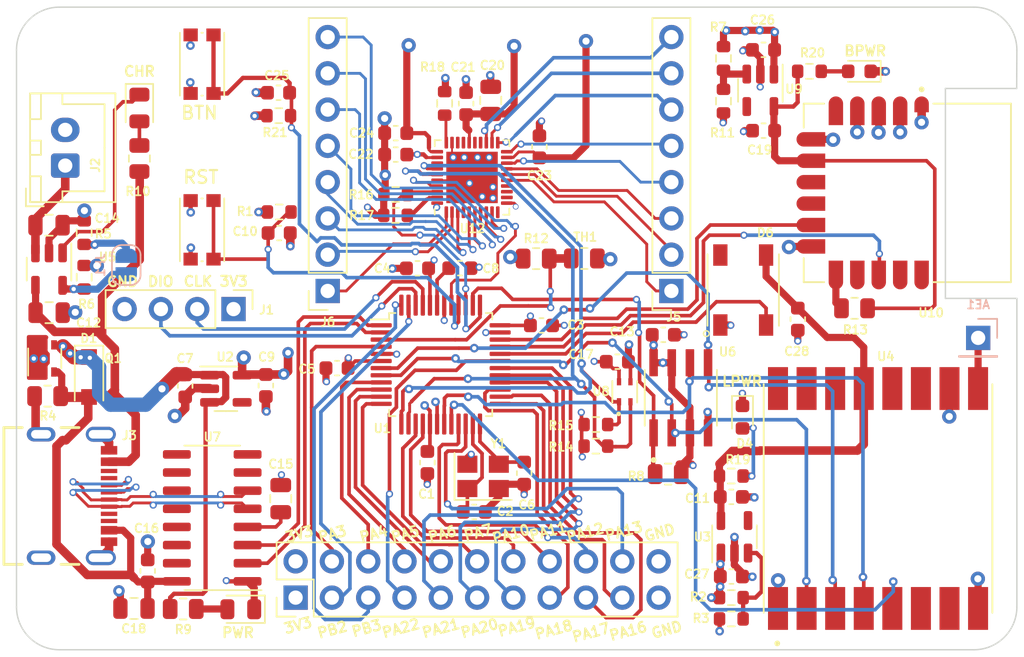
<source format=kicad_pcb>
(kicad_pcb (version 20211014) (generator pcbnew)
  (layers (0 "F.Cu" signal) (1 "In1.Cu" signal) (2 "In2.Cu" signal) (31 "B.Cu" signal) (34 "B.Paste" user) (35 "F.Paste" user) (36 "B.SilkS" user "B.Silkscreen") (37 "F.SilkS" user "F.Silkscreen") (38 "B.Mask" user) (39 "F.Mask" user) (44 "Edge.Cuts" user))
  (net 0 "")
  (net 1 "+3.3V")
  (net 2 "GND")
  (net 3 "XIN")
  (net 4 "XOUT")
  (net 5 "+5V")
  (net 6 "Net-(C8-Pad1)")
  (net 7 "Net-(C10-Pad1)")
  (net 8 "SWCLK")
  (net 9 "SWDIO")
  (net 11 "LORA_EN")
  (net 13 "LORA_MISO")
  (net 14 "LORA_MOSI")
  (net 15 "LORA_SCK")
  (net 16 "LORA_CS")
  (net 17 "LORA_RST")
  (net 18 "LORA_IO0")
  (net 19 "LORA_IO1")
  (net 20 "LORA_IO2")
  (net 21 "LORA_IO3")
  (net 22 "LORA_IO4")
  (net 23 "LORA_IO5")
  (net 24 "VBUS")
  (net 25 "+BATT")
  (net 26 "Net-(C15-Pad1)")
  (net 27 "Net-(D2-Pad2)")
  (net 28 "Net-(D3-Pad1)")
  (net 29 "Net-(D3-Pad2)")
  (net 30 "USB-")
  (net 31 "USB+")
  (net 36 "Net-(JP1-Pad1)")
  (net 37 "Net-(JP1-Pad2)")
  (net 38 "/SCOM1_0_PA0_RX0")
  (net 39 "/SCOM1_1_PA1_TX0")
  (net 49 "BT_EN")
  (net 57 "TEMP_ADC")
  (net 58 "/SCOM0_1_PA8_SCL")
  (net 59 "/SCOM0_0_PA8_SDA")
  (net 60 "Net-(C19-Pad1)")
  (net 61 "Net-(R13-Pad2)")
  (net 71 "Net-(J5-Pad1)")
  (net 72 "Net-(J5-Pad2)")
  (net 73 "Net-(J5-Pad3)")
  (net 74 "Net-(J5-Pad4)")
  (net 75 "Net-(J5-Pad5)")
  (net 76 "Net-(J5-Pad6)")
  (net 77 "Net-(J5-Pad7)")
  (net 78 "Net-(J5-Pad8)")
  (net 79 "Net-(J6-Pad1)")
  (net 80 "Net-(J6-Pad2)")
  (net 81 "Net-(J6-Pad3)")
  (net 82 "Net-(J6-Pad4)")
  (net 83 "Net-(J6-Pad5)")
  (net 84 "Net-(J6-Pad6)")
  (net 85 "Net-(J6-Pad7)")
  (net 86 "Net-(J6-Pad8)")
  (net 87 "PA27_LED_nDOWN")
  (net 88 "Net-(R17-Pad1)")
  (net 89 "Net-(R18-Pad1)")
  (net 90 "PA28_LED_nINT")
  (net 91 "Net-(AE1-Pad1)")
  (net 92 "Net-(D4-Pad2)")
  (net 93 "Net-(D5-Pad2)")
  (net 94 "PB2")
  (net 95 "PA12")
  (net 96 "PB3")
  (net 97 "PA13")
  (net 98 "PA16")
  (net 99 "PA17")
  (net 100 "PA11")
  (net 101 "PA18")
  (net 102 "PA10")
  (net 103 "PA19")
  (net 104 "USER_BTN_PB22")
  (net 105 "PA22")
  (net 106 "PA21")
  (net 107 "PA20")
  (net 108 "/SCOM3_2_PA24_RX")
  (net 109 "/SCOM3_3_PA25_TX")
  (net 110 "PA03")
  (net 111 "PA4")
  (net 112 "PA5")
  (net 113 "PA6")
  (net 114 "FLASH_nCS_PB23")
  (net 115 "PA7")
  (net 116 "+3.3V_LORA")
  (net 118 "LED_PA23")
  (footprint "Capacitor_SMD:C_0805_2012Metric" (layer "F.Cu") (at 122.235 87.57)
    (fp_text reference "C12")
    (fp_text value "10u" hide)
  )
  (footprint "Capacitor_SMD:C_0603_1608Metric" (layer "F.Cu") (at 156.54 75.955 90)
    (fp_text reference "C23")
    (fp_text value "100n" hide)
  )
  (footprint "Crystal:Crystal_SMD_3225-4Pin_3.2x2.5mm" (layer "F.Cu") (at 152.6 99.035)
    (fp_text reference "Y1")
    (fp_text value "12MHz" hide)
  )
  (footprint "Capacitor_SMD:C_0805_2012Metric" (layer "F.Cu") (at 122.225 81.445)
    (fp_text reference "C14")
    (fp_text value "10u" hide)
  )
  (footprint "Resistor_SMD:R_0805_2012Metric" (layer "F.Cu") (at 156.3125 83.785)
    (fp_text reference "R12")
    (fp_text value "10k" hide)
  )
  (footprint "Diode_SMD:D_SOD-123F" (layer "F.Cu") (at 125.025 92.075 -90)
    (fp_text reference "D1")
    (fp_text value "BAT20J" hide)
  )
  (footprint "Package_DFN_QFN:QFN-40-1EP_5x5mm_P0.4mm_EP3.6x3.6mm" (layer "F.Cu") (at 151.825 78.1 90)
    (fp_text reference "U12")
    (fp_text value "IS31FL3737" hide)
  )
  (footprint "Resistor_SMD:R_0603_1608Metric" (layer "F.Cu") (at 138.335 80.52)
    (fp_text reference "R1")
    (fp_text value "10k" hide)
  )
  (footprint "Button_Switch_SMD:SW_Push_1P1T_NO_CK_KMR2" (layer "F.Cu") (at 132.935 81.77 -90)
    (fp_text reference "SW1" hide)
    (fp_text value "RST" hide)
  )
  (footprint "Capacitor_SMD:C_0603_1608Metric" (layer "F.Cu") (at 137.4 92.675 -90)
    (fp_text reference "C9")
    (fp_text value "100n" hide)
  )
  (footprint "Package_TO_SOT_SMD:SOT-363_SC-70-6" (layer "F.Cu") (at 121.925 90.775 90)
    (fp_text reference "Q1")
    (fp_text value "P-MOSFET-MIC94052" hide)
  )
  (footprint "Connector_PinHeader_2.54mm:PinHeader_2x11_P2.54mm_Vertical" (layer "F.Cu") (at 139.48 107.525 90)
    (fp_text reference "J7" hide)
    (fp_text value "EXPOSED" hide)
  )
  (footprint "1KiCadLib:IC-SENSOR-TEMP-HUM-SHT4X" (layer "F.Cu") (at 162.51 93.11 90)
    (fp_text reference "U8")
    (fp_text value "IC-SENSOR-TEMP-HUM-SHT4X" hide)
  )
  (footprint "Resistor_SMD:R_0603_1608Metric" (layer "F.Cu") (at 169.97 107.525)
    (fp_text reference "R2")
    (fp_text value "10k" hide)
  )
  (footprint "Capacitor_SMD:C_0603_1608Metric" (layer "F.Cu") (at 156.685 88.465)
    (fp_text reference "C3")
    (fp_text value "100n" hide)
  )
  (footprint "Capacitor_SMD:C_0805_2012Metric" (layer "F.Cu") (at 138.44 100.595 90)
    (fp_text reference "C15")
    (fp_text value "10u" hide)
  )
  (footprint "Capacitor_SMD:C_0603_1608Metric" (layer "F.Cu") (at 169.975 106.05)
    (fp_text reference "C27")
    (fp_text value "100n" hide)
  )
  (footprint "Resistor_SMD:R_0603_1608Metric" (layer "F.Cu") (at 169.965 99.01)
    (fp_text reference "R19")
    (fp_text value "1k" hide)
  )
  (footprint "Resistor_SMD:R_0603_1608Metric" (layer "F.Cu") (at 160.49 95.405)
    (fp_text reference "R15")
    (fp_text value "10k" hide)
  )
  (footprint "Package_TO_SOT_SMD:SOT-23-5" (layer "F.Cu") (at 134.6 92.9)
    (fp_text reference "U2")
    (fp_text value "TLV70245_SOT23-5" hide)
  )
  (footprint "Resistor_SMD:R_0603_1608Metric" (layer "F.Cu") (at 146.47 80.755 180)
    (fp_text reference "R17")
    (fp_text value "100k" hide)
  )
  (footprint "LED_SMD:LED_0603_1608Metric" (layer "F.Cu") (at 170.75 94.8875 -90)
    (fp_text reference "D4")
    (fp_text value "RED" hide)
  )
  (footprint "Resistor_SMD:R_0603_1608Metric" (layer "F.Cu") (at 149.91 72.915 90)
    (fp_text reference "R18")
    (fp_text value "20k" hide)
  )
  (footprint "Capacitor_SMD:C_0603_1608Metric" (layer "F.Cu") (at 172.225 74.825 180)
    (fp_text reference "C19")
    (fp_text value "100n" hide)
  )
  (footprint "Capacitor_SMD:C_0603_1608Metric" (layer "F.Cu") (at 148.7 98.065 -90)
    (fp_text reference "C1")
    (fp_text value "100n" hide)
  )
  (footprint "Capacitor_SMD:C_0603_1608Metric" (layer "F.Cu") (at 151.98 101.525)
    (fp_text reference "C2")
    (fp_text value "12p" hide)
  )
  (footprint "Capacitor_SMD:C_0603_1608Metric" (layer "F.Cu") (at 169.97 100.47)
    (fp_text reference "C11")
    (fp_text value "100n" hide)
  )
  (footprint "Capacitor_SMD:C_0603_1608Metric" (layer "F.Cu") (at 165.21 89.12)
    (fp_text reference "C13")
    (fp_text value "100n" hide)
  )
  (footprint "1KiCadLib:LED-DIGITAL-IN-PI554FCH" (layer "F.Cu") (at 170.8 85.985 90)
    (fp_text reference "D6")
    (fp_text value "LED-DIGITAL-IN-PI554FCH" hide)
  )
  (footprint "LED_SMD:LED_0603_1608Metric" (layer "F.Cu") (at 178.935 70.67 180)
    (fp_text reference "D5" hide)
    (fp_text value "RED" hide)
  )
  (footprint "Resistor_SMD:R_0805_2012Metric" (layer "F.Cu") (at 128.55 76.775 90)
    (fp_text reference "R10")
    (fp_text value "10k" hide)
  )
  (footprint "Package_TO_SOT_SMD:SOT-23-5" (layer "F.Cu") (at 170.19 103.265 90)
    (fp_text reference "U3")
    (fp_text value "TLV70245_SOT23-5" hide)
  )
  (footprint "Capacitor_SMD:C_0603_1608Metric" (layer "F.Cu") (at 148.01 84.465 180)
    (fp_text reference "C4")
    (fp_text value "100n" hide)
  )
  (footprint "Package_SO:SOIC-16_3.9x9.9mm_P1.27mm" (layer "F.Cu") (at 133.645 101.94 180)
    (fp_text reference "U7")
    (fp_text value "CH340C" hide)
  )
  (footprint "Connector_JST:JST_XH_B2B-XH-A_1x02_P2.50mm_Vertical" (layer "F.Cu") (at 123.36 77.27 90)
    (fp_text reference "J2")
    (fp_text value "BATT" hide)
  )
  (footprint "Capacitor_SMD:C_0603_1608Metric" (layer "F.Cu") (at 174.62 88.025 -90)
    (fp_text reference "C28")
    (fp_text value "100n" hide)
  )
  (footprint "MountingHole:MountingHole_2.1mm" (layer "F.Cu") (at 122.935 108.17 90)
    (fp_text reference "M1" hide)
    (fp_text value "MNT" hide)
  )
  (footprint "1KiCadLib:DA14531MOD-00F01002" (layer "F.Cu") (at 182.285 79.1825 -90)
    (fp_text reference "U10")
    (fp_text value "DA14531MOD-00F01002" hide)
  )
  (footprint "Resistor_SMD:R_0805_2012Metric" (layer "F.Cu") (at 178.59 87.265 180)
    (fp_text reference "R13")
    (fp_text value "10k" hide)
  )
  (footprint "Package_TO_SOT_SMD:SOT-23-5" (layer "F.Cu") (at 172 72 -90)
    (fp_text reference "U9")
    (fp_text value "TLV70245_SOT23-5" hide)
  )
  (footprint "Package_QFP:TQFP-48_7x7mm_P0.5mm" (layer "F.Cu") (at 149.63 91.205)
    (fp_text reference "U1")
    (fp_text value "ATSAMD21G17D-A" hide)
  )
  (footprint "Capacitor_SMD:C_0603_1608Metric" (layer "F.Cu") (at 146.485 76.5 180)
    (fp_text reference "C22")
    (fp_text value "100n" hide)
  )
  (footprint "Capacitor_SMD:C_0603_1608Metric" (layer "F.Cu") (at 146.485 75 180)
    (fp_text reference "C24")
    (fp_text value "100n" hide)
  )
  (footprint "Resistor_SMD:R_0603_1608Metric" (layer "F.Cu") (at 169.42 69.765 -90)
    (fp_text reference "R7")
    (fp_text value "10k" hide)
  )
  (footprint "Capacitor_SMD:C_0603_1608Metric" (layer "F.Cu") (at 172.22 69.165 180)
    (fp_text reference "C26")
    (fp_text value "100n" hide)
  )
  (footprint "Resistor_SMD:R_0603_1608Metric" (layer "F.Cu") (at 169.97 109.015 180)
    (fp_text reference "R3")
    (fp_text value "10k" hide)
  )
  (footprint "Connector_PinSocket_2.54mm:PinSocket_1x08_P2.54mm_Vertical" (layer "F.Cu") (at 165.775 86.05 180)
    (fp_text reference "J5")
    (fp_text value "ROW" hide)
  )
  (footprint "Capacitor_SMD:C_0603_1608Metric" (layer "F.Cu") (at 155.475 98.81 -90)
    (fp_text reference "C6")
    (fp_text value "12p" hide)
  )
  (footprint "Package_TO_SOT_SMD:SOT-23-5" (layer "F.Cu") (at 122.225 84.52 -90)
    (fp_text reference "U5")
    (fp_text value "MCP73831-2-OT" hide)
  )
  (footprint "Capacitor_SMD:C_0603_1608Metric" (layer "F.Cu") (at 138.285 72.17 180)
    (fp_text reference "C25")
    (fp_text value "100n" hide)
  )
  (footprint "Resistor_SMD:R_0805_2012Metric" (layer "F.Cu") (at 165.55 98.875 180)
    (fp_text reference "R8")
    (fp_text value "10k" hide)
  )
  (footprint "MountingHole:MountingHole_2.1mm" (layer "F.Cu") (at 122.935 69.17 90)
    (fp_text reference "M2" hide)
    (fp_text value "MNT" hide)
  )
  (footprint "LED_SMD:LED_0805_2012Metric" (layer "F.Cu") (at 128.55 73.2375 -90)
    (fp_text reference "D3" hide)
    (fp_text value "YELLOW" hide)
  )
  (footprint "Resistor_SMD:R_0603_1608Metric" (layer "F.Cu") (at 175.435 70.67)
    (fp_text reference "R20")
    (fp_text value "1k" hide)
  )
  (footprint "Capacitor_SMD:C_0603_1608Metric" (layer "F.Cu") (at 142.38 91.455 180)
    (fp_text reference "C5")
    (fp_text value "100n" hide)
  )
  (footprint "Resistor_SMD:R_0603_1608Metric" (layer "F.Cu") (at 138.3 73.775)
    (fp_text reference "R21")
    (fp_text value "10k" hide)
  )
  (footprint "Capacitor_SMD:C_0603_1608Metric" (layer "F.Cu") (at 138.33 81.995)
    (fp_text reference "C10")
    (fp_text value "100n" hide)
  )
  (footprint "Resistor_SMD:R_0805_2012Metric" (layer "F.Cu") (at 159.6825 83.775)
    (fp_text reference "TH1")
    (fp_text value "10K" hide)
  )
  (footprint "Capacitor_SMD:C_0805_2012Metric" (layer "F.Cu") (at 153.135 72.705 90)
    (fp_text reference "C20")
    (fp_text value "10u" hide)
  )
  (footprint "MountingHole:MountingHole_2.1mm" (layer "F.Cu") (at 186.935 69.17 90)
    (fp_text reference "M3" hide)
    (fp_text value "MNT" hide)
  )
  (footprint "Resistor_SMD:R_0603_1608Metric" (layer "F.Cu") (at 169.42 72.755 -90)
    (fp_text reference "R11")
    (fp_text value "10k" hide)
  )
  (footprint "1KiCadLib:RF_LORA_RFM95W-915S2" (layer "F.Cu") (at 180.235 100.5825 90)
    (fp_text reference "U4")
    (fp_text value "RF_LORA_RFM95W-915S2" hide)
  )
  (footprint "1KiCadLib:IC-FLASH-16MB-W25Q16JVSNIQ" (layer "F.Cu") (at 166.435 93.5325 90)
    (fp_text reference "U6")
    (fp_text value "16MB-W25Q16JVSNIQ" hide)
  )
  (footprint "Capacitor_SMD:C_0603_1608Metric" (layer "F.Cu") (at 129.13 105.655 90)
    (fp_text reference "C16")
    (fp_text value "100n" hide)
  )
  (footprint "Capacitor_SMD:C_0603_1608Metric" (layer "F.Cu") (at 151.41 72.93 90)
    (fp_text reference "C21")
    (fp_text value "100n" hide)
  )
  (footprint "Capacitor_SMD:C_0805_2012Metric" (layer "F.Cu") (at 128.17 108.285 180)
    (fp_text reference "C18")
    (fp_text value "10u" hide)
  )
  (footprint "Connector_PinSocket_2.54mm:PinSocket_1x08_P2.54mm_Vertical" (layer "F.Cu") (at 141.725 86.05 180)
    (fp_text reference "J6")
    (fp_text value "COL" hide)
  )
  (footprint "Connector_PinHeader_2.54mm:PinHeader_1x04_P2.54mm_Vertical" (layer "F.Cu") (at 135.135 87.32 -90)
    (fp_text reference "J1")
    (fp_text value "J-LINK" hide)
  )
  (footprint "Capacitor_SMD:C_0603_1608Metric" (layer "F.Cu") (at 161.995 91.005 180)
    (fp_text reference "C17")
    (fp_text value "100n" hide)
  )
  (footprint "Resistor_SMD:R_0603_1608Metric" (layer "F.Cu") (at 124.685 81.965 90)
    (fp_text reference "R5")
    (fp_text value "2k" hide)
  )
  (footprint "Resistor_SMD:R_0805_2012Metric" (layer "F.Cu") (at 131.615 108.32)
    (fp_text reference "R9")
    (fp_text value "1k" hide)
  )
  (footprint "1KiCadLib:CON_USB_GCT_USB4105_REVA" (layer "F.Cu") (at 121.67 100.4075 -90)
    (fp_text reference "J3")
    (fp_text value "CON_USB_GCT_USB4105_REVA" hide)
  )
  (footprint "Capacitor_SMD:C_0603_1608Metric" (layer "F.Cu") (at 131.755 92.699239 -90)
    (fp_text reference "C7")
    (fp_text value "100n" hide)
  )
  (footprint "Resistor_SMD:R_0603_1608Metric" (layer "F.Cu") (at 160.49 96.915)
    (fp_text reference "R14")
    (fp_text value "10k" hide)
  )
  (footprint "Capacitor_SMD:C_0603_1608Metric" (layer "F.Cu") (at 150.975 84.455)
    (fp_text reference "C8")
    (fp_text value "100n" hide)
  )
  (footprint "Resistor_SMD:R_0603_1608Metric" (layer "F.Cu") (at 146.48 79.295 180)
    (fp_text reference "R16")
    (fp_text value "100k" hide)
  )
  (footprint "Resistor_SMD:R_0805_2012Metric" (layer "F.Cu") (at 122.1275 93.415 180)
    (fp_text reference "R4")
    (fp_text value "100k" hide)
  )
  (footprint "Resistor_SMD:R_0603_1608Metric" (layer "F.Cu") (at 124.685 85.09 90)
    (fp_text reference "R6")
    (fp_text value "2k" hide)
  )
  (footprint "Button_Switch_SMD:SW_Push_1P1T_NO_CK_KMR2" (layer "F.Cu") (at 132.935 70.17 -90)
    (fp_text reference "SW2")
    (fp_text value "RST" hide)
  )
  (footprint "LED_SMD:LED_0805_2012Metric" (layer "F.Cu") (at 135.645 108.34 180)
    (fp_text reference "D2" hide)
    (fp_text value "RED" hide)
  )
  (footprint "Jumper:SolderJumper-2_P1.3mm_Open_RoundedPad1.0x1.5mm" (layer "B.Cu") (at 127.63 84.235 -90)
    (fp_text reference "JP1")
    (fp_text value "JP" hide)
  )
  (footprint "1KiCadLib:CON_ANTENNA_1PIN" (layer "B.Cu") (at 187.24 89.335 180)
    (fp_text reference "AE1")
    (fp_text value "Antenna" hide)
  )
  (gr_line (start 119.95 69.175) (end 119.95 108.175) (layer "Edge.Cuts") (width 0.1))
  (gr_line (start 189.95 108.175) (end 189.95 86.57) (layer "Edge.Cuts") (width 0.1))
  (gr_line (start 184.95 71.87) (end 189.935 71.87) (layer "Edge.Cuts") (width 0.1))
  (gr_line (start 122.95 111.175) (end 186.95 111.175) (layer "Edge.Cuts") (width 0.1))
  (gr_arc (start 189.95 108.175) (mid 189.07132 110.29632) (end 186.95 111.175) (layer "Edge.Cuts") (width 0.1))
  (gr_line (start 189.95 86.57) (end 184.95 86.57) (layer "Edge.Cuts") (width 0.1))
  (gr_line (start 184.95 86.57) (end 184.95 71.87) (layer "Edge.Cuts") (width 0.1))
  (gr_line (start 186.95 66.175) (end 122.95 66.175) (layer "Edge.Cuts") (width 0.1))
  (gr_line (start 189.935 71.87) (end 189.95 69.175) (layer "Edge.Cuts") (width 0.1))
  (gr_arc (start 186.95 66.175) (mid 189.07132 67.05368) (end 189.95 69.175) (layer "Edge.Cuts") (width 0.1))
  (gr_arc (start 119.95 69.175) (mid 120.82868 67.05368) (end 122.95 66.175) (layer "Edge.Cuts") (width 0.1))
  (gr_arc (start 122.95 111.175) (mid 120.82868 110.29632) (end 119.95 108.175) (layer "Edge.Cuts") (width 0.1))
  (gr_text "PA22" (at 146.85 109.675 15) (layer "F.SilkS") (effects (font (size 0.7 0.7))))
  (gr_text "PA13" (at 162.45 102.875 15) (layer "F.SilkS") (effects (font (size 0.7 0.7))))
  (gr_text "GND" (at 127.37 85.4) (layer "F.SilkS") (effects (font (size 0.7 0.7))))
  (gr_text "PA16" (at 162.75 109.875 15) (layer "F.SilkS") (effects (font (size 0.7 0.7))))
  (gr_text "PA7" (at 152.25 102.975 15) (layer "F.SilkS") (effects (font (size 0.7 0.7))))
  (gr_text "PA3" (at 142.05 103.075 15) (layer "F.SilkS") (effects (font (size 0.7 0.7))))
  (gr_text "PA12" (at 159.75 102.975 15) (layer "F.SilkS") (effects (font (size 0.7 0.7))))
  (gr_text "PB2" (at 142.05 109.775 15) (layer "F.SilkS") (effects (font (size 0.7 0.7))))
  (gr_text "3V3" (at 135.15 85.375) (layer "F.SilkS") (effects (font (size 0.7 0.7))))
  (gr_text "PA20" (at 152.35 109.675 15) (layer "F.SilkS") (effects (font (size 0.7 0.7))))
  (gr_text "DIO" (at 130.04 85.39) (layer "F.SilkS") (effects (font (size 0.7 0.7))))
  (gr_text "LPWR" (at 170.72 92.37) (layer "F.SilkS") (effects (font (size 0.7 0.7))))
  (gr_text "CHR" (at 128.55 70.675) (layer "F.SilkS") (effects (font (size 0.7 0.7))))
  (gr_text "PA21" (at 149.65 109.675 15) (layer "F.SilkS") (effects (font (size 0.7 0.7))))
  (gr_text "PA17" (at 160.15 109.975 15) (layer "F.SilkS") (effects (font (size 0.7 0.7))))
  (gr_text "PA10" (at 154.55 103.075 15) (layer "F.SilkS") (effects (font (size 0.7 0.7))))
  (gr_text "BPWR" (at 179.34 69.24) (layer "F.SilkS") (effects (font (size 0.7 0.7))))
  (gr_text "PWR" (at 135.45 109.975) (layer "F.SilkS") (effects (font (size 0.7 0.7))))
  (gr_text "GND" (at 164.95 102.975 15) (layer "F.SilkS") (effects (font (size 0.7 0.7))))
  (gr_text "PA4" (at 144.95 103.075 15) (layer "F.SilkS") (effects (font (size 0.7 0.7))))
  (gr_text "PA11" (at 157.15 102.875 15) (layer "F.SilkS") (effects (font (size 0.7 0.7))))
  (gr_text "3V3" (at 139.75 103.075 15) (layer "F.SilkS") (effects (font (size 0.7 0.7))))
  (gr_text "PA5" (at 147.15 103.075 15) (layer "F.SilkS") (effects (font (size 0.7 0.7))))
  (gr_text "3V3" (at 139.65 109.475 15) (layer "F.SilkS") (effects (font (size 0.7 0.7))))
  (gr_text "GND" (at 165.45 109.775 15) (layer "F.SilkS") (effects (font (size 0.7 0.7))))
  (gr_text "PA6" (at 149.75 103.075 15) (layer "F.SilkS") (effects (font (size 0.7 0.7))))
  (gr_text "PA18" (at 157.55 109.775 15) (layer "F.SilkS") (effects (font (size 0.7 0.7))))
  (gr_text "RST" (at 132.85 78.075) (layer "F.SilkS") (effects (font (size 0.9 0.9))))
  (gr_text "PB3" (at 144.45 109.675 15) (layer "F.SilkS") (effects (font (size 0.7 0.7))))
  (gr_text "PA19" (at 154.95 109.575 15) (layer "F.SilkS") (effects (font (size 0.7 0.7))))
  (gr_text "BTN" (at 132.75 73.575) (layer "F.SilkS") (effects (font (size 0.9 0.9))))
  (gr_text "CLK" (at 132.65 85.375) (layer "F.SilkS") (effects (font (size 0.7 0.7))))
  (segment (start 164.53 89.845) (end 164.53 89.215) (width 0.5) (layer "F.Cu") (net 1))
  (segment (start 148.88 94.435) (end 148.51 94.065) (width 0.254) (layer "F.Cu") (net 1))
  (segment (start 148.65 76.71) (end 149.3775 76.71) (width 0.2) (layer "F.Cu") (net 1))
  (segment (start 166.565 98.17) (end 166.3225 98.17) (width 0.5) (layer "F.Cu") (net 1))
  (segment (start 162.91 92.41) (end 162.91 91.145) (width 0.254) (layer "F.Cu") (net 1))
  (segment (start 167.07 94.205) (end 165.8 92.935) (width 0.5) (layer "F.Cu") (net 1))
  (segment (start 155.91 88.465) (end 155.91 87.805) (width 0.254) (layer "F.Cu") (net 1))
  (segment (start 164.53 89.215) (end 164.435 89.12) (width 0.5) (layer "F.Cu") (net 1))
  (segment (start 148.88 84.56) (end 148.785 84.465) (width 0.254) (layer "F.Cu") (net 1))
  (segment (start 167.07 95.9875) (end 167.07 94.205) (width 0.5) (layer "F.Cu") (net 1))
  (segment (start 138.625 91.9) (end 137.4 91.9) (width 0.6) (layer "F.Cu") (net 1))
  (segment (start 137.475 73.775) (end 136.63 73.775) (width 0.6) (layer "F.Cu") (net 1))
  (segment (start 166.3225 98.17) (end 167.185 98.17) (width 0.5) (layer "F.Cu") (net 1))
  (segment (start 159.485 95.405) (end 159.485 94.565) (width 0.254) (layer "F.Cu") (net 1))
  (segment (start 148.785 84.27) (end 149.17 83.885) (width 0.254) (layer "F.Cu") (net 1))
  (segment (start 137.35 91.905) (end 137.4 91.855) (width 0.6) (layer "F.Cu") (net 1))
  (segment (start 148.88 87.0425) (end 148.88 84.56) (width 0.254) (layer "F.Cu") (net 1))
  (segment (start 159.495 95.415) (end 159.485 95.405) (width 0.254) (layer "F.Cu") (net 1))
  (segment (start 165.1825 91.0775) (end 164.53 91.0775) (width 0.5) (layer "F.Cu") (net 1))
  (segment (start 165.8 92.935) (end 165.8 91.0775) (width 0.5) (layer "F.Cu") (net 1))
  (segment (start 148.62 76.68) (end 148.425 76.485) (width 0.3) (layer "F.Cu") (net 1))
  (segment (start 159.495 97.625) (end 159.54 97.67) (width 0.254) (layer "F.Cu") (net 1))
  (segment (start 149.3775 76.71) (end 149.3875 76.7) (width 0.2) (layer "F.Cu") (net 1))
  (segment (start 135.7375 91.905) (end 135.7375 90.8275) (width 0.6) (layer "F.Cu") (net 1))
  (segment (start 145.4675 90.955) (end 143.655 90.955) (width 0.254) (layer "F.Cu") (net 1))
  (segment (start 165.8 91.0775) (end 165.1825 91.0775) (width 0.5) (layer "F.Cu") (net 1))
  (segment (start 167.07 95.9875) (end 167.07 97.665) (width 0.5) (layer "F.Cu") (net 1))
  (segment (start 164.53 91.0775) (end 164.53 89.845) (width 0.5) (layer "F.Cu") (net 1))
  (segment (start 162.77 89.845) (end 162.81 89.805) (width 0.5) (layer "F.Cu") (net 1))
  (segment (start 147.26 76.5) (end 147.275 76.485) (width 0.2) (layer "F.Cu") (net 1))
  (segment (start 136.895 80.52) (end 136.89 80.525) (width 0.6) (layer "F.Cu") (net 1))
  (segment (start 148.88 97.37) (end 148.88 95.3675) (width 0.254) (layer "F.Cu") (net 1))
  (segment (start 167.185 98.17) (end 167.29 98.275) (width 0.5) (layer "F.Cu") (net 1))
  (segment (start 159.495 96.955) (end 159.495 95.415) (width 0.254) (layer "F.Cu") (net 1))
  (segment (start 135.7375 91.905) (end 137.35 91.905) (width 0.6) (layer "F.Cu") (net 1))
  (segment (start 143.655 90.955) (end 143.155 91.455) (width 0.254) (layer "F.Cu") (net 1))
  (segment (start 148.62 76.68) (end 148.65 76.71) (width 0.2) (layer "F.Cu") (net 1))
  (segment (start 167.07 97.665) (end 166.565 98.17) (width 0.5) (layer "F.Cu") (net 1))
  (segment (start 148.88 95.3675) (end 148.88 94.435) (width 0.254) (layer "F.Cu") (net 1))
  (segment (start 159.495 96.955) (end 159.495 97.625) (width 0.254) (layer "F.Cu") (net 1))
  (segment (start 138.65 91.875) (end 138.75 91.875) (width 0.6) (layer "F.Cu") (net 1))
  (segment (start 154.61 83.785) (end 154.5 83.675) (width 0.6) (layer "F.Cu") (net 1))
  (segment (start 153.8025 88.465) (end 153.7925 88.455) (width 0.254) (layer "F.Cu") (net 1))
  (segment (start 148.425 76.485) (end 147.99 76.485) (width 0.3) (layer "F.Cu") (net 1))
  (segment (start 147.275 76.485) (end 147.99 76.485) (width 0.3) (layer "F.Cu") (net 1))
  (segment (start 155.4 83.785) (end 154.61 83.785) (width 0.6) (layer "F.Cu") (net 1))
  (segment (start 138.75 91.875) (end 138.95 91.675) (width 0.6) (layer "F.Cu") (net 1))
  (segment (start 162.77 91.005) (end 162.77 89.845) (width 0.5) (layer "F.Cu") (net 1))
  (segment (start 138.95 91.675) (end 138.95 90.375) (width 0.6) (layer "F.Cu") (net 1))
  (segment (start 148.785 84.465) (end 148.785 84.27) (width 0.254) (layer "F.Cu") (net 1))
  (segment (start 138.65 91.875) (end 138.625 91.9) (width 0.6) (layer "F.Cu") (net 1))
  (segment (start 155.91 88.465) (end 153.8025 88.465) (width 0.254) (layer "F.Cu") (net 1))
  (segment (start 159.485 94.565) (end 159.47 94.55) (width 0.254) (layer "F.Cu") (net 1))
  (segment (start 137.51 80.52) (end 136.895 80.52) (width 0.6) (layer "F.Cu") (net 1))
  (segment (start 135.7375 90.8275) (end 135.85 90.715) (width 0.6) (layer "F.Cu") (net 1))
  (segment (start 136.63 73.775) (end 136.61 73.795) (width 0.6) (layer "F.Cu") (net 1))
  (segment (start 162.91 91.145) (end 162.77 91.005) (width 0.254) (layer "F.Cu") (net 1))
  (segment (start 143.155 91.455) (end 143.155 90.76) (width 0.5) (layer "F.Cu") (net 1))
  (segment (start 143.155 90.76) (end 143.18 90.735) (width 0.5) (layer "F.Cu") (net 1))
  (via (at 167.29 98.275) (size 0.5) (drill 0.3) (layers "F.Cu" "B.Cu") (net 1))
  (via (at 135.85 90.715) (size 1) (drill 0.5) (layers "F.Cu" "B.Cu") (net 1))
  (via (at 159.54 97.67) (size 0.5) (drill 0.3) (layers "F.Cu" "B.Cu") (net 1))
  (via (at 138.65 91.875) (size 0.8) (drill 0.4) (layers "F.Cu" "B.Cu") (net 1))
  (via (at 155.91 87.805) (size 0.5) (drill 0.3) (layers "F.Cu" "B.Cu") (net 1))
  (via (at 159.47 94.55) (size 0.5) (drill 0.3) (layers "F.Cu" "B.Cu") (net 1))
  (via (at 138.95 90.375) (size 0.8) (drill 0.4) (layers "F.Cu" "B.Cu") (net 1))
  (via (at 136.61 73.795) (size 0.6) (drill 0.3) (layers "F.Cu" "B.Cu") (net 1))
  (via (at 149.17 83.885) (size 0.5) (drill 0.3) (layers "F.Cu" "B.Cu") (net 1))
  (via (at 165.1825 91.0775) (size 0.6) (drill 0.3) (layers "F.Cu" "B.Cu") (net 1))
  (via (at 164.53 89.845) (size 0.6) (drill 0.3) (layers "F.Cu" "B.Cu") (net 1))
  (via (at 162.81 89.805) (size 0.6) (drill 0.3) (layers "F.Cu" "B.Cu") (net 1))
  (via (at 154.5 83.675) (size 1) (drill 0.5) (layers "F.Cu" "B.Cu") (net 1))
  (via (at 148.51 94.065) (size 0.6) (drill 0.3) (layers "F.Cu" "B.Cu") (net 1))
  (via (at 143.18 90.735) (size 0.5) (drill 0.3) (layers "F.Cu" "B.Cu") (net 1))
  (via (at 147.99 76.485) (size 0.5) (drill 0.3) (layers "F.Cu" "B.Cu") (net 1))
  (via (at 136.89 80.525) (size 0.6) (drill 0.3) (layers "F.Cu" "B.Cu") (net 1))
  (segment (start 172 70.8625) (end 172 71.755) (width 0.254) (layer "F.Cu") (net 2))
  (segment (start 126.425 104.1525) (end 125.85 104.7275) (width 0.6) (layer "F.Cu") (net 2))
  (segment (start 137.4 94.445) (end 137.44 94.485) (width 0.6) (layer "F.Cu") (net 2))
  (segment (start 170.19 104.4025) (end 170.19 103.285) (width 0.5) (layer "F.Cu") (net 2))
  (segment (start 153.135 71.755) (end 153.135 70.98) (width 0.5) (layer "F.Cu") (net 2))
  (segment (start 149.3875 78.3) (end 151.625 78.3) (width 0.127) (layer "F.Cu") (net 2))
  (segment (start 180.765 70.67) (end 180.77 70.675) (width 0.6) (layer "F.Cu") (net 2))
  (segment (start 132.135 79.72) (end 132.135 80.54) (width 0.3) (layer "F.Cu") (net 2))
  (segment (start 187.235 108.2825) (end 187.235 106.22) (width 0.5) (layer "F.Cu") (net 2))
  (segment (start 178.78 74.925) (end 178.785 74.92) (width 0.5) (layer "F.Cu") (net 2))
  (segment (start 124.035 87.57) (end 124.06 87.545) (width 0.5) (layer "F.Cu") (net 2))
  (segment (start 131.755 93.429239) (end 131.755 94.27) (width 0.6) (layer "F.Cu") (net 2))
  (segment (start 131.755 94.27) (end 131.22 94.805) (width 0.6) (layer "F.Cu") (net 2))
  (segment (start 169.42 74.245) (end 169.39 74.275) (width 0.5) (layer "F.Cu") (net 2))
  (segment (start 178.785 74.92) (end 178.785 73.4325) (width 0.5) (layer "F.Cu") (net 2))
  (segment (start 158.27 88.465) (end 158.28 88.455) (width 0.254) (layer "F.Cu") (net 2))
  (segment (start 166.655 89.12) (end 166.66 89.115) (width 0.5) (layer "F.Cu") (net 2))
  (segment (start 156.54 74.302111) (end 156.690611 74.1515) (width 0.5) (layer "F.Cu") (net 2))
  (segment (start 138.44 98.975) (end 138.49 98.925) (width 0.254) (layer "F.Cu") (net 2))
  (segment (start 149.270552 93.8185) (end 149.38 93.927948) (width 0.254) (layer "F.Cu") (net 2))
  (segment (start 132.12 68.865) (end 132.135 68.85) (width 0.2) (layer "F.Cu") (net 2))
  (segment (start 172 71.755) (end 171.99 71.765) (width 0.254) (layer "F.Cu") (net 2))
  (segment (start 148.7 98.84) (end 148.7 99.585) (width 0.5) (layer "F.Cu") (net 2))
  (segment (start 173.235 106.32) (end 173.24 106.315) (width 0.5) (layer "F.Cu") (net 2))
  (segment (start 155.475 100.31) (end 155.47 100.315) (width 0.5) (layer "F.Cu") (net 2))
  (segment (start 149.96 72.105) (end 149.96 71.145) (width 0.5) (layer "F.Cu") (net 2))
  (segment (start 177.09 75.46) (end 177.0625 75.4325) (width 0.5) (layer "F.Cu") (net 2))
  (segment (start 145.75 77.935) (end 145.75 79.2) (width 0.5) (layer "F.Cu") (net 2))
  (segment (start 131.22 94.805) (end 131.03 94.805) (width 0.6) (layer "F.Cu") (net 2))
  (segment (start 168.34 95.9875) (end 168.34 94.555) (width 0.5) (layer "F.Cu") (net 2))
  (segment (start 149.3875 80.1575) (end 149.35 80.195) (width 0.127) (layer "F.Cu") (net 2))
  (segment (start 174.0425 82.9325) (end 174 82.975) (width 0.5) (layer "F.Cu") (net 2))
  (segment (start 124.685 81.14) (end 123.48 81.14) (width 0.5) (layer "F.Cu") (net 2))
  (segment (start 132.135 71.47) (end 132.135 72.22) (width 0.3) (layer "F.Cu") (net 2))
  (segment (start 139.11 81.97) (end 139.11 82.915) (width 0.6) (layer "F.Cu") (net 2))
  (segment (start 187.235 106.22) (end 187.22 106.205) (width 0.5) (layer "F.Cu") (net 2))
  (segment (start 145.71 75) (end 145.71 73.965) (width 0.5) (layer "F.Cu") (net 2))
  (segment (start 123.48 81.14) (end 123.175 81.445) (width 0.5) (layer "F.Cu") (net 2))
  (segment (start 161.45 83.775) (end 161.5 83.825) (width 0.6) (layer "F.Cu") (net 2))
  (segment (start 171.445 69.165) (end 170.84 69.165) (width 0.5) (layer "F.Cu") (net 2))
  (segment (start 122.225 82.395) (end 122.225 83.3825) (width 0.5) (layer "F.Cu") (net 2))
  (segment (start 160.595 83.775) (end 161.45 83.775) (width 0.6) (layer "F.Cu") (net 2))
  (segment (start 153.7 99.885) (end 153.7 100.51) (width 0.5) (layer "F.Cu") (net 2))
  (segment (start 147.235 84.465) (end 146.27 84.465) (width 0.5) (layer "F.Cu") (net 2))
  (segment (start 151.225 80.5375) (end 151.225 78.7) (width 0.127) (layer "F.Cu") (net 2))
  (segment (start 146.53 90.455) (end 145.4675 90.455) (width 0.254) (layer "F.Cu") (net 2))
  (segment (start 160.395 91.005) (end 160.37 90.98) (width 0.254) (layer "F.Cu") (net 2))
  (segment (start 171.45 74.825) (end 170.88 74.825) (width 0.5) (layer "F.Cu") (net 2))
  (segment (start 151.41 72.155) (end 151.41 71.245) (width 0.5) (layer "F.Cu") (net 2))
  (segment (start 151.65 78.505) (end 151.825 78.33) (width 0.127) (layer "F.Cu") (net 2))
  (segment (start 179.7225 70.67) (end 180.765 70.67) (width 0.6) (layer "F.Cu") (net 2))
  (segment (start 154 99.585) (end 153.7 99.885) (width 0.5) (layer "F.Cu") (net 2))
  (segment (start 170.75 106.05) (end 170.75 105.805) (width 0.5) (layer "F.Cu") (net 2))
  (segment (start 138.44 99.645) (end 138.44 98.975) (width 0.254) (layer "F.Cu") (net 2))
  (segment (start 151.225 78.7) (end 151.825 78.1) (width 0.127) (layer "F.Cu") (net 2))
  (segment (start 132.135 83.82) (end 132.135 83.04) (width 0.3) (layer "F.Cu") (net 2))
  (segment (start 173.235 108.2825) (end 173.235 106.32) (width 0.5) (layer "F.Cu") (net 2))
  (segment (start 161.22 91.005) (end 160.395 91.005) (width 0.254) (layer "F.Cu") (net 2))
  (segment (start 129.13 104.88) (end 129.13 103.605) (width 0.5) (layer "F.Cu") (net 2))
  (segment (start 124.685 84.265) (end 125.55 84.265) (width 0.5) (layer "F.Cu") (net 2))
  (segment (start 169.2 88.435) (end 169.91 88.435) (width 0.5) (layer "F.Cu") (net 2))
  (segment (start 177.0625 75.4325) (end 175.535 75.4325) (width 0.5) (layer "F.Cu") (net 2))
  (segment (start 170.18 105.235) (end 170.18 104.4125) (width 0.5) (layer "F.Cu") (net 2))
  (segment (start 170.88 74.825) (end 170.82 74.885) (width 0.5) (layer "F.Cu") (net 2))
  (segment (start 170.84 69.165) (end 170.77 69.235) (width 0.5) (layer "F.Cu") (net 2))
  (segment (start 161.993 91.483646) (end 161.698646 91.483646) (width 0.254) (layer "F.Cu") (net 2))
  (segment (start 175.535 82.9325) (end 174.0425 82.9325) (width 0.5) (layer "F.Cu") (net 2))
  (segment (start 154.77 79.9) (end 154.88 80.01) (width 0.2) (layer "F.Cu") (net 2))
  (segment (start 170.745 100.47) (end 171.545 100.47) (width 0.5) (layer "F.Cu") (net 2))
  (segment (start 150.425 75.6625) (end 150.425 76.613) (width 0.127) (layer "F.Cu") (net 2))
  (segment (start 136.12 106.385) (end 134.68 106.385) (width 0.3) (layer "F.Cu") (net 2))
  (segment (start 145.71 75) (end 145.71 76.5) (width 0.5) (layer "F.Cu") (net 2))
  (segment (start 183.285 74.235) (end 183.285 73.4325) (width 0.6) (layer "F.Cu") (net 2))
  (segment (start 152.8 88.955) (end 152.79 88.965) (width 0.254) (layer "F.Cu") (net 2))
  (segment (start 151.5 97.755) (end 151.767352 97.487648) (width 0.5) (layer "F.Cu") (net 2))
  (segment (start 149.3875 79.9) (end 149.3875 80.1575) (width 0.127) (layer "F.Cu") (net 2))
  (segment (start 170.75 106.05) (end 171.425 106.05) (width 0.5) (layer "F.Cu") (net 2))
  (segment (start 172 69.72) (end 172 70.8625) (width 0.5) (layer "F.Cu") (net 2))
  (segment (start 137.51 72.17) (end 136.725 72.17) (width 0.6) (layer "F.Cu") (net 2))
  (segment (start 132.135 80.54) (end 132.14 80.545) (width 0.3) (layer "F.Cu") (net 2))
  (segment (start 151.75 84.455) (end 152.25 84.455) (width 0.254) (layer "F.Cu") (net 2))
  (segment (start 148.7 99.585) (end 148.69 99.595) (width 0.5) (layer "F.Cu") (net 2))
  (segment (start 185.235 94.83) (end 185.22 94.845) (width 0.5) (layer "F.Cu") (net 2))
  (segment (start 132.329239 92.855) (end 131.755 93.429239) (width 0.6) (layer "F.Cu") (net 2))
  (segment (start 137.4 93.405) (end 137.4 94.445) (width 0.6) (layer "F.Cu") (net 2))
  (segment (start 181.785 74.925) (end 181.785 73.4325) (width 0.5) (layer "F.Cu") (net 2))
  (segment (start 150.425 76.613) (end 150.51 76.698) (width 0.127) (layer "F.Cu") (net 2))
  (segment (start 127.22 108.285) (end 127.22 107.155) (width 0.5) (layer "F.Cu") (net 2))
  (segment (start 145.71 76.5) (end 145.71 77.895) (width 0.5) (layer "F.Cu") (net 2))
  (segment (start 125.55 84.265) (end 125.57 84.285) (width 0.5) (layer "F.Cu") (net 2))
  (segment (start 145.08 80.755) (end 144.51 80.185) (width 0.5) (layer "F.Cu") (net 2))
  (segment (start 136.5825 106.8475) (end 136.12 106.385) (width 0.5) (layer "F.Cu") (net 2))
  (segment (start 129.13 103.605) (end 129.14 103.595) (width 0.5) (layer "F.Cu") (net 2))
  (segment (start 133.4625 92.855) (end 132.329239 92.855) (width 0.6) (layer "F.Cu") (net 2))
  (segment (start 126.425 97.2075) (end 126.425 96.6625) (width 0.6) (layer "F.Cu") (net 2))
  (segment (start 165.985 89.12) (end 166.655 89.12) (width 0.5) (layer "F.Cu") (net 2))
  (segment (start 146.27 84.465) (end 146.25 84.485) (width 0.5) (layer "F.Cu") (net 2))
  (segment (start 146.55 90.475) (end 146.53 90.455) (width 0.254) (layer "F.Cu") (net 2))
  (segment (start 170.75 94.1) (end 170.75 93.225) (width 0.5) (layer "F.Cu") (net 2))
  (segment (start 151.825 78.33) (end 151.825 78.1) (width 0.127) (layer "F.Cu") (net 2))
  (segment (start 149.88 88.115) (end 149.88 87.0425) (width 0.254) (layer "F.Cu") (net 2))
  (segment (start 169.15 109.875) (end 169.15 109.02) (width 0.3) (layer "F.Cu") (net 2))
  (segment (start 154.88 80.01) (end 154.88 80.145) (width 0.2) (layer "F.Cu") (net 2))
  (segment (start 132.11 71.445) (end 132.135 71.47) (width 0.3) (layer "F.Cu") (net 2))
  (segment (start 171.545 100.47) (end 171.58 100.505) (width 0.5) (layer "F.Cu") (net 2))
  (segment (start 141.605 91.455) (end 141.605 92.37) (width 0.5) (layer "F.Cu") (net 2))
  (segment (start 153.7925 88.955) (end 152.8 88.955) (width 0.254) (layer "F.Cu") (net 2))
  (segment (start 162.11 92.41) (end 162.11 91.600646) (width 0.254) (layer "F.Cu") (net 2))
  (segment (start 156.54 75.18) (end 156.54 74.302111) (width 0.5) (layer "F.Cu") (net 2))
  (segment (start 124.685 81.14) (end 124.685 80.44) (width 0.5) (layer "F.Cu") (net 2))
  (segment (start 126.425 103.6075) (end 126.425 104.1525) (width 0.6) (layer "F.Cu") (net 2))
  (segment (start 121.2875 95.705) (end 121.67 96.0875) (width 0.6) (layer "F.Cu") (net 2))
  (segment (start 145.645 80.755) (end 145.08 80.755) (width 0.5) (layer "F.Cu") (net 2))
  (segment (start 185.235 92.8825) (end 185.235 94.83) (width 0.5) (layer "F.Cu") (net 2))
  (segment (start 153.135 70.98) (end 153.1 70.945) (width 0.5) (layer "F.Cu") (net 2))
  (segment (start 174.62 88.8) (end 174.62 89.555) (width 0.5) (layer "F.Cu") (net 2))
  (segment (start 171.425 106.05) (end 171.44 106.065) (width 0.5) (layer "F.Cu") (net 2))
  (segment (start 161.698646 91.483646) (end 161.22 91.005) (width 0.254) (layer "F.Cu") (net 2))
  (segment (start 123.185 87.57) (end 124.035 87.57) (width 0.5) (layer "F.Cu") (net 2))
  (segment (start 183.28 74.24) (end 183.285 74.235) (width 0.6) (layer "F.Cu") (net 2))
  (segment (start 134.68 106.385) (end 134.63 106.335) (width 0.3) (layer "F.Cu") (net 2))
  (segment (start 136.5825 108.34) (end 136.5825 106.8475) (width 0.5) (layer "F.Cu") (net 2))
  (segment (start 169.42 73.58) (end 169.42 74.245) (width 0.5) (layer "F.Cu") (net 2))
  (segment (start 127.22 107.155) (end 127.12 107.055) (width 0.5) (layer "F.Cu") (net 2))
  (segment (start 151.625 78.3) (end 151.825 78.1) (width 0.127) (layer "F.Cu") (net 2))
  (segment (start 141.605 92.37) (end 141.64 92.405) (width 0.5) (layer "F.Cu") (net 2))
  (segment (start 171.445 69.165) (end 172 69.72) (width 0.5) (layer "F.Cu") (net 2))
  (segment (start 169.15 109.02) (end 169.145 109.015) (width 0.3) (layer "F.Cu") (net 2))
  (segment (start 157.46 88.465) (end 158.27 88.465) (width 0.254) (layer "F.Cu") (net 2))
  (segment (start 153.7 100.51) (end 152.775 101.435) (width 0.5) (layer "F.Cu") (net 2))
  (segment (start 145.645 80.755) (end 145.645 79.305) (width 0.5) (layer "F.Cu") (net 2))
  (segment (start 168.34 94.555) (end 168.31 94.525) (width 0.5) (layer "F.Cu") (net 2))
  (segment (start 124.685 80.44) (end 124.7 80.425) (width 0.5) (layer "F.Cu") (net 2))
  (segment (start 123.175 81.445) (end 122.225 82.395) (width 0.5) (layer "F.Cu") (net 2))
  (segment (start 169.91 88.435) (end 169.93 88.455) (width 0.5) (layer "F.Cu") (net 2))
  (segment (start 145.645 79.305) (end 145.655 79.295) (width 0.5) (layer "F.Cu") (net 2))
  (segment (start 132.135 68.85) (end 132.135 68.12) (width 0.2) (layer "F.Cu") (net 2))
  (segment (start 180.27 74.955) (end 180.285 74.94) (width 0.5) (layer "F.Cu") (net 2))
  (segment (start 151.5 98.185) (end 151.5 97.755) (width 0.5) (layer "F.Cu") (net 2))
  (segment (start 155.475 99.585) (end 155.475 100.31) (width 0.5) (layer "F.Cu") (net 2))
  (segment (start 149.38 93.927948) (end 149.38 95.3675) (width 0.254) (layer "F.Cu") (net 2))
  (segment (start 132.135 83.04) (end 132.15 83.025) (width 0.3) (layer "F.Cu") (net 2))
  (segment (start 151.41 71.245) (end 151.4 71.235) (width 0.5) (layer "F.Cu") (net 2))
  (segment (start 152.25 84.455) (end 152.32 84.385) (width 0.254) (layer "F.Cu") (net 2))
  (segment (start 162.11 91.600646) (end 161.993 91.483646) (width 0.254) (layer "F.Cu") (net 2))
  (segment (start 181.78 74.93) (end 181.785 74.925) (width 0.5) (layer "F.Cu") (net 2))
  (segment (start 170.75 105.805) (end 170.18 105.235) (width 0.5) (layer "F.Cu") (net 2))
  (segment (start 136.725 72.17) (end 136.7 72.145) (width 0.6) (layer "F.Cu") (net 2))
  (segment (start 121.2875 93.325) (end 121.2875 95.705) (width 0.6) (layer "F.Cu") (net 2))
  (segment (start 145.71 77.895) (end 145.75 77.935) (width 0.5) (layer "F.Cu") (net 2))
  (segment (start 180.285 74.94) (end 180.285 73.4325) (width 0.5) (layer "F.Cu") (net 2))
  (segment (start 154.2625 79.9) (end 154.77 79.9) (width 0.2) (layer "F.Cu") (net 2))
  (segment (start 145.75 79.2) (end 145.655 79.295) (width 0.5) (layer "F.Cu") (net 2))
  (segment (start 170.18 104.4125) (end 170.19 104.4025) (width 0.5) (layer "F.Cu") (net 2))
  (segment (start 170.75 93.225) (end 170.74 93.215) (width 0.5) (layer "F.Cu") (net 2))
  (segment (start 126.425 96.6625) (end 125.85 96.0875) (width 0.6) (layer "F.Cu") (net 2))
  (segment (start 155.475 99.585) (end 154 99.585) (width 0.5) (layer "F.Cu") (net 2))
  (via (at 152.54 79.445) (size 0.5) (drill 0.3) (layers "F.Cu" "B.Cu") (net 2))
  (via (at 146.25 84.485) (size 0.6) (drill 0.3) (layers "F.Cu" "B.Cu") (net 2))
  (via (at 170.74 93.215) (size 0.5) (drill 0.3) (layers "F.Cu" "B.Cu") (net 2))
  (via (at 185.22 94.845) (size 1) (drill 0.5) (layers "F.Cu" "B.Cu") (net 2))
  (via (at 170.77 69.235) (size 0.5) (drill 0.3) (layers "F.Cu" "B.Cu") (net 2))
  (via (at 127.12 107.055) (size 0.8) (drill 0.4) (layers "F.Cu" "B.Cu") (net 2))
  (via (at 141.64 92.405) (size 0.5) (drill 0.3) (layers "F.Cu" "B.Cu") (net 2))
  (via (at 137.44 94.485) (size 0.6) (drill 0.3) (layers "F.Cu" "B.Cu") (net 2))
  (via (at 170.19 103.285) (size 0.6) (drill 0.3) (layers "F.Cu" "B.Cu") (net 2))
  (via (at 168.31 94.525) (size 0.6) (drill 0.3) (layers "F.Cu" "B.Cu") (net 2))
  (via (at 152.79 88.965) (size 0.5) (drill 0.3) (layers "F.Cu" "B.Cu") (net 2))
  (via (at 134.63 106.335) (size 0.5) (drill 0.3) (layers "F.Cu" "B.Cu") (net 2))
  (via (at 151.65 78.505) (size 0.5) (drill 0.3) (layers "F.Cu" "B.Cu") (net 2))
  (via (at 180.77 70.675) (size 0.6) (drill 0.3) (layers "F.Cu" "B.Cu") (net 2))
  (via (at 178.78 74.925) (size 1) (drill 0.5) (layers "F.Cu" "B.Cu") (net 2))
  (via (at 171.44 106.065) (size 0.6) (drill 0.3) (layers "F.Cu" "B.Cu") (net 2))
  (via (at 145.75 77.935) (size 0.8) (drill 0.4) (layers "F.Cu" "B.Cu") (net 2))
  (via (at 149.96 71.145) (size 0.6) (drill 0.3) (layers "F.Cu" "B.Cu") (net 2))
  (via (at 149.270552 93.8185) (size 0.6) (drill 0.3) (layers "F.Cu" "B.Cu") (net 2))
  (via (at 169.39 74.275) (size 0.5) (drill 0.3) (layers "F.Cu" "B.Cu") (net 2))
  (via (at 166.66 89.115) (size 0.5) (drill 0.3) (layers "F.Cu" "B.Cu") (net 2))
  (via (at 149.35 80.195) (size 0.5) (drill 0.3) (layers "F.Cu" "B.Cu") (net 2))
  (via (at 183.28 74.24) (size 1) (drill 0.5) (layers "F.Cu" "B.Cu") (net 2))
  (via (at 187.22 106.205) (size 1) (drill 0.5) (layers "F.Cu" "B.Cu") (net 2))
  (via (at 153.1 70.945) (size 0.6) (drill 0.3) (layers "F.Cu" "B.Cu") (net 2))
  (via (at 160.37 90.98) (size 0.5) (drill 0.3) (layers "F.Cu" "B.Cu") (net 2))
  (via (at 151.4 71.235) (size 0.6) (drill 0.3) (layers "F.Cu" "B.Cu") (net 2))
  (via (at 149.88 88.115) (size 0.5) (drill 0.3) (layers "F.Cu" "B.Cu") (net 2))
  (via (at 132.14 80.545) (size 0.6) (drill 0.3) (layers "F.Cu" "B.Cu") (net 2))
  (via (at 151.28 76.698) (size 0.5) (drill 0.3) (layers "F.Cu" "B.Cu") (net 2))
  (via (at 158.28 88.455) (size 0.5) (drill 0.3) (layers "F.Cu" "B.Cu") (net 2))
  (via (at 129.14 103.595) (size 1) (drill 0.5) (layers "F.Cu" "B.Cu") (net 2))
  (via (at 152.32 84.385) (size 0.5) (drill 0.3) (layers "F.Cu" "B.Cu") (net 2))
  (via (at 150.51 76.698) (size 0.5) (drill 0.3) (layers "F.Cu" "B.Cu") (net 2))
  (via (at 151.767352 97.487648) (size 0.5) (drill 0.3) (layers "F.Cu" "B.Cu") (net 2))
  (via (at 145.71 73.965) (size 1) (drill 0.5) (layers "F.Cu" "B.Cu") (net 2))
  (via (at 124.06 87.545) (size 1) (drill 0.5) (layers "F.Cu" "B.Cu") (net 2))
  (via (at 131.03 94.805) (size 1) (drill 0.5) (layers "F.Cu" "B.Cu") (net 2))
  (via (at 155.47 100.315) (size 0.5) (drill 0.3) (layers "F.Cu" "B.Cu") (net 2))
  (via (at 132.11 71.445) (size 0.6) (drill 0.3) (layers "F.Cu" "B.Cu") (net 2))
  (via (at 124.7 80.425) (size 1) (drill 0.5) (layers "F.Cu" "B.Cu") (net 2))
  (via (at 173.24 106.315) (size 1) (drill 0.5) (layers "F.Cu" "B.Cu") (net 2))
  (via (at 125.57 84.285) (size 1) (drill 0.5) (layers "F.Cu" "B.Cu") (net 2))
  (via (at 153.29 79.545) (size 0.5) (drill 0.3) (layers "F.Cu" "B.Cu") (net 2))
  (via (at 146.55 90.475) (size 0.5) (drill 0.3) (layers "F.Cu" "B.Cu") (net 2))
  (via (at 171.99 71.765) (size 0.5) (drill 0.3) (layers "F.Cu" "B.Cu") (net 2))
  (via (at 154.88 80.145) (size 0.4) (drill 0.3) (layers "F.Cu" "B.Cu") (net 2))
  (via (at 132.12 68.865) (size 0.6) (drill 0.3) (layers "F.Cu" "B.Cu") (net 2))
  (via (at 136.7 72.145) (size 0.6) (drill 0.3) (layers "F.Cu" "B.Cu") (net 2))
  (via (at 169.93 88.455) (size 0.5) (drill 0.3) (layers "F.Cu" "B.Cu") (net 2))
  (via (at 156.690611 74.1515) (size 0.5) (drill 0.3) (layers "F.Cu" "B.Cu") (net 2))
  (via (at 177.09 75.46) (size 1) (drill 0.5) (layers "F.Cu" "B.Cu") (net 2))
  (via (at 152.21 76.698) (size 0.5) (drill 0.3) (layers "F.Cu" "B.Cu") (net 2))
  (via (at 153.02 76.698) (size 0.5) (drill 0.3) (layers "F.Cu" "B.Cu") (net 2))
  (via (at 171.58 100.505) (size 0.6) (drill 0.3) (layers "F.Cu" "B.Cu") (net 2))
  (via (at 161.5 83.825) (size 1) (drill 0.5) (layers "F.Cu" "B.Cu") (net 2))
  (via (at 132.15 83.025) (size 0.6) (drill 0.3) (layers "F.Cu" "B.Cu") (net 2))
  (via (at 169.15 109.875) (size 0.6) (drill 0.3) (layers "F.Cu" "B.Cu") (net 2))
  (via (at 181.78 74.93) (size 1) (drill 0.5) (layers "F.Cu" "B.Cu") (net 2))
  (via (at 138.49 98.925) (size 0.5) (drill 0.3) (layers "F.Cu" "B.Cu") (net 2))
  (via (at 180.27 74.955) (size 1) (drill 0.5) (layers "F.Cu" "B.Cu") (net 2))
  (via (at 144.51 80.185) (size 0.5) (drill 0.3) (layers "F.Cu" "B.Cu") (net 2))
  (via (at 170.82 74.885) (size 0.5) (drill 0.3) (layers "F.Cu" "B.Cu") (net 2))
  (via (at 148.69 99.595) (size 0.5) (drill 0.3) (layers "F.Cu" "B.Cu") (net 2))
  (via (at 153.29 78.775) (size 0.5) (drill 0.3) (layers "F.Cu" "B.Cu") (net 2))
  (via (at 174 82.975) (size 1) (drill 0.5) (layers "F.Cu" "B.Cu") (net 2))
  (via (at 139.11 82.915) (size 0.6) (drill 0.3) (layers "F.Cu" "B.Cu") (net 2))
  (via (at 174.62 89.555) (size 0.5) (drill 0.3) (layers "F.Cu" "B.Cu") (net 2))
  (segment (start 152.527 99.112) (end 151.754 99.885) (width 0.254) (layer "F.Cu") (net 3))
  (segment (start 151.754 99.885) (end 151.5 99.885) (width 0.254) (layer "F.Cu") (net 3))
  (segment (start 151.88 96.785) (end 152.527 97.432) (width 0.254) (layer "F.Cu") (net 3))
  (segment (start 152.527 97.432) (end 152.527 99.112) (width 0.254) (layer "F.Cu") (net 3))
  (segment (start 151.88 95.3675) (end 151.88 96.785) (width 0.254) (layer "F.Cu") (net 3))
  (segment (start 151.5 99.885) (end 151.5 101.16) (width 0.254) (layer "F.Cu") (net 3))
  (segment (start 151.5 101.16) (end 151.225 101.435) (width 0.254) (layer "F.Cu") (net 3))
  (segment (start 155.475 98.035) (end 153.85 98.035) (width 0.254) (layer "F.Cu") (net 4))
  (segment (start 153.7 97.925) (end 152.38 96.605) (width 0.254) (layer "F.Cu") (net 4))
  (segment (start 153.85 98.035) (end 153.7 98.185) (width 0.254) (layer "F.Cu") (net 4))
  (segment (start 152.38 96.605) (end 152.38 95.3675) (width 0.254) (layer "F.Cu") (net 4))
  (segment (start 153.7 98.185) (end 153.7 97.925) (width 0.254) (layer "F.Cu") (net 4))
  (segment (start 125.08 90.735) (end 125.04 90.695) (width 1) (layer "F.Cu") (net 5))
  (segment (start 151.6 74.8) (end 151.41 74.61) (width 0.5) (layer "F.Cu") (net 5))
  (segment (start 134.59 92.095) (end 134.59 93.505) (width 0.5) (layer "F.Cu") (net 5))
  (segment (start 122.78 89.845) (end 122.76 89.825) (width 0.4) (layer "F.Cu") (net 5))
  (segment (start 149.3875 76.3) (end 148.95 76.3) (width 0.2) (layer "F.Cu") (net 5))
  (segment (start 151.64 74.645) (end 151.64 75.6475) (width 0.2) (layer "F.Cu") (net 5))
  (segment (start 153.135 73.655) (end 151.46 73.655) (width 0.5) (layer "F.Cu") (net 5))
  (segment (start 170.94 67.86) (end 171.005 67.795) (width 0.5) (layer "F.Cu") (net 5))
  (segment (start 133.4625 91.905) (end 131.780761 91.905) (width 0.5) (layer "F.Cu") (net 5))
  (segment (start 172.95 69.21) (end 172.995 69.165) (width 0.5) (layer "F.Cu") (net 5))
  (segment (start 148.81 76.03) (end 148.81 75.275) (width 0.3) (layer "F.Cu") (net 5))
  (segment (start 154.707697 76.7) (end 154.2625 76.7) (width 0.2) (layer "F.Cu") (net 5))
  (segment (start 133.18 107.055) (end 133.18 94.0875) (width 0.3) (layer "F.Cu") (net 5))
  (segment (start 148.81 76.16) (end 148.81 76.03) (width 0.2) (layer "F.Cu") (net 5))
  (segment (start 154.24 73.655) (end 154.74 73.155) (width 0.5) (layer "F.Cu") (net 5))
  (segment (start 173.01 67.92) (end 172.995 67.935) (width 0.5) (layer "F.Cu") (net 5))
  (segment (start 151.64 75.6475) (end 151.625 75.6625) (width 0.2) (layer "F.Cu") (net 5))
  (segment (start 169.19 106.755) (end 169.145 106.8) (width 0.5) (layer "F.Cu") (net 5))
  (segment (start 130.13 92.905) (end 131.155761 91.879239) (width 1) (layer "F.Cu") (net 5))
  (segment (start 155.092696 76.315) (end 154.707697 76.7) (width 0.2) (layer "F.Cu") (net 5))
  (segment (start 130.7025 107.5225) (end 130.97 107.255) (width 0.3) (layer "F.Cu") (net 5))
  (segment (start 130.97 107.255) (end 132.98 107.255) (width 0.3) (layer "F.Cu") (net 5))
  (segment (start 130.7025 108.32) (end 130.7025 107.5225) (width 0.3) (layer "F.Cu") (net 5))
  (segment (start 151.6 74.8) (end 151.6 74.685) (width 0.3) (layer "F.Cu") (net 5))
  (segment (start 159.8 68.555) (end 159.8 75.855) (width 0.5) (layer "F.Cu") (net 5))
  (segment (start 148.95 76.3) (end 148.81 76.16) (width 0.2) (layer "F.Cu") (net 5))
  (segment (start 169.2 104.4425) (end 169.24 104.4025) (width 0.5) (layer "F.Cu") (net 5))
  (segment (start 133.4625 93.805) (end 134.29 93.805) (width 0.5) (layer "F.Cu") (net 5))
  (segment (start 123.97 90.695) (end 123.7 90.425) (width 1) (layer "F.Cu") (net 5))
  (segment (start 124.44 90.695) (end 123.97 90.695) (width 1) (layer "F.Cu") (net 5))
  (segment (start 158.925 76.73) (end 156.54 76.73) (width 0.5) (layer "F.Cu") (net 5))
  (segment (start 147.26 68.975) (end 147.39 68.845) (width 0.5) (layer "F.Cu") (net 5))
  (segment (start 153.135 73.655) (end 154.24 73.655) (width 0.5) (layer "F.Cu") (net 5))
  (segment (start 172.885 67.795) (end 171.95 67.795) (width 0.5) (layer "F.Cu") (net 5))
  (segment (start 159.8 75.855) (end 158.925 76.73) (width 0.5) (layer "F.Cu") (net 5))
  (segment (start 123.45 89.915) (end 123.38 89.845) (width 0.5) (layer "F.Cu") (net 5))
  (segment (start 131.780761 91.905) (end 131.755 91.879239) (width 0.5) (layer "F.Cu") (net 5))
  (segment (start 147.26 75) (end 147.26 68.975) (width 0.5) (layer "F.Cu") (net 5))
  (segment (start 131.155761 91.879239) (end 131.755 91.879239) (width 1) (layer "F.Cu") (net 5))
  (segment (start 132.98 107.255) (end 133.18 107.055) (width 0.3) (layer "F.Cu") (net 5))
  (segment (start 169.145 106.8) (end 169.145 107.525) (width 0.5) (layer "F.Cu") (net 5))
  (segment (start 134.29 93.805) (end 134.59 93.505) (width 0.5) (layer "F.Cu") (net 5))
  (segment (start 169.6 67.81) (end 169.42 67.99) (width 0.5) (layer "F.Cu") (net 5))
  (segment (start 170.89 67.81) (end 169.6 67.81) (width 0.5) (layer "F.Cu") (net 5))
  (segment (start 125.04 90.695) (end 124.44 90.695) (width 1) (layer "F.Cu") (net 5))
  (segment (start 151.46 73.655) (end 151.41 73.705) (width 0.5) (layer "F.Cu") (net 5))
  (segment (start 170.94 67.86) (end 170.89 67.81) (width 0.5) (layer "F.Cu") (net 5))
  (segment (start 134.4 91.905) (end 134.59 92.095) (width 0.5) (layer "F.Cu") (net 5))
  (segment (start 171.005 67.795) (end 171.95 67.795) (width 0.5) (layer "F.Cu") (net 5))
  (segment (start 148.81 75.275) (end 148.535 75) (width 0.3) (layer "F.Cu") (net 5))
  (segment (start 173.01 67.92) (end 172.885 67.795) (width 0.5) (layer "F.Cu") (net 5))
  (segment (start 172.995 67.935) (end 172.995 69.165) (width 0.5) (layer "F.Cu") (net 5))
  (segment (start 156.54 76.73) (end 156.125 76.315) (width 0.2) (layer "F.Cu") (net 5))
  (segment (start 154.74 73.155) (end 154.77 73.125) (width 0.5) (layer "F.Cu") (net 5))
  (segment (start 169.19 106.755) (end 169.19 106.06) (width 0.5) (layer "F.Cu") (net 5))
  (segment (start 148.535 75) (end 147.26 75) (width 0.3) (layer "F.Cu") (net 5))
  (segment (start 133.18 94.0875) (end 133.4625 93.805) (width 0.3) (layer "F.Cu") (net 5))
  (segment (start 123.2 89.925) (end 123.7 90.425) (width 1) (layer "F.Cu") (net 5))
  (segment (start 168.57 107.525) (end 169.145 107.525) (width 0.6) (layer "F.Cu") (net 5))
  (segment (start 169.2 105.175) (end 169.2 104.4425) (width 0.5) (layer "F.Cu") (net 5))
  (segment (start 134.4 91.905) (end 133.4625 91.905) (width 0.5) (layer "F.Cu") (net 5))
  (segment (start 151.41 74.61) (end 151.41 73.705) (width 0.5) (layer "F.Cu") (net 5))
  (segment (start 156.125 76.315) (end 155.092696 76.315) (width 0.2) (layer "F.Cu") (net 5))
  (segment (start 154.77 73.125) (end 154.77 68.905) (width 0.5) (layer "F.Cu") (net 5))
  (segment (start 169.2 106.05) (end 169.2 105.175) (width 0.5) (layer "F.Cu") (net 5))
  (segment (start 172.95 70.8625) (end 172.95 69.21) (width 0.5) (layer "F.Cu") (net 5))
  (segment (start 169.42 67.99) (end 169.42 68.94) (width 0.5) (layer "F.Cu") (net 5))
  (segment (start 123.38 89.845) (end 122.78 89.845) (width 0.5) (layer "F.Cu") (net 5))
  (segment (start 169.19 106.06) (end 169.2 106.05) (width 0.5) (layer "F.Cu") (net 5))
  (via (at 124.44 90.695) (size 0.6) (drill 0.3) (layers "F.Cu" "B.Cu") (net 5))
  (via (at 123.2 89.925) (size 0.6) (drill 0.3) (layers "F.Cu" "B.Cu") (net 5))
  (via (at 147.39 68.845) (size 1) (drill 0.5) (layers "F.Cu" "B.Cu") (net 5))
  (via (at 125.08 90.735) (size 0.6) (drill 0.3) (layers "F.Cu" "B.Cu") (net 5))
  (via (at 173.01 67.92) (size 0.6) (drill 0.3) (layers "F.Cu" "B.Cu") (net 5))
  (via (at 130.13 92.905) (size 1) (drill 0.5) (layers "F.Cu" "B.Cu") (net 5))
  (via (at 168.57 107.525) (size 0.6) (drill 0.3) (layers "F.Cu" "B.Cu") (net 5))
  (via (at 159.8 68.555) (size 1) (drill 0.5) (layers "F.Cu" "B.Cu") (net 5))
  (via (at 169.6 67.81) (size 0.6) (drill 0.3) (layers "F.Cu" "B.Cu") (net 5))
  (via (at 171.95 67.795) (size 0.6) (drill 0.3) (layers "F.Cu" "B.Cu") (net 5))
  (via (at 169.2 105.175) (size 0.6) (drill 0.3) (layers "F.Cu" "B.Cu") (net 5))
  (via (at 123.7 90.425) (size 0.6) (drill 0.3) (layers "F.Cu" "B.Cu") (net 5))
  (via (at 154.77 68.905) (size 1) (drill 0.5) (layers "F.Cu" "B.Cu") (net 5))
  (via (at 170.94 67.86) (size 0.6) (drill 0.3) (layers "F.Cu" "B.Cu") (net 5))
  (via (at 169.19 106.755) (size 0.6) (drill 0.3) (layers "F.Cu" "B.Cu") (net 5))
  (segment (start 130.13 92.905) (end 130.1 92.905) (width 1) (layer "B.Cu") (net 5))
  (segment (start 126.53 94.015) (end 125.73 93.215) (width 1) (layer "B.Cu") (net 5))
  (segment (start 130.1 92.905) (end 128.99 94.015) (width 1) (layer "B.Cu") (net 5))
  (segment (start 125.73 93.215) (end 125.73 91.385) (width 1) (layer "B.Cu") (net 5))
  (segment (start 128.99 94.015) (end 126.53 94.015) (width 1) (layer "B.Cu") (net 5))
  (segment (start 125.04 90.695) (end 124.44 90.695) (width 1) (layer "B.Cu") (net 5))
  (segment (start 125.73 91.385) (end 125.04 90.695) (width 1) (layer "B.Cu") (net 5))
  (segment (start 149.38 87.0425) (end 149.38 85.275) (width 0.254) (layer "F.Cu") (net 6))
  (segment (start 149.38 85.275) (end 150.2 84.455) (width 0.254) (layer "F.Cu") (net 6))
  (segment (start 139.16 80.52) (end 139.01 80.52) (width 0.254) (layer "F.Cu") (net 7))
  (segment (start 150.88 88.225) (end 150.6 88.505) (width 0.254) (layer "F.Cu") (net 7))
  (segment (start 137.56 83.135) (end 137.56 83.795) (width 0.254) (layer "F.Cu") (net 7))
  (segment (start 137.56 81.97) (end 137.56 83.135) (width 0.254) (layer "F.Cu") (net 7))
  (segment (start 137.56 83.795) (end 137.535 83.82) (width 0.254) (layer "F.Cu") (net 7))
  (segment (start 139.01 80.52) (end 137.56 81.97) (width 0.254) (layer "F.Cu") (net 7))
  (segment (start 133.735 83.82) (end 133.735 79.72) (width 0.254) (layer "F.Cu") (net 7))
  (segment (start 137.535 83.82) (end 133.735 83.82) (width 0.254) (layer "F.Cu") (net 7))
  (segment (start 150.88 87.0425) (end 150.88 88.225) (width 0.254) (layer "F.Cu") (net 7))
  (via (at 137.56 83.135) (size 0.5) (drill 0.3) (layers "F.Cu" "B.Cu") (net 7))
  (via (at 150.6 88.505) (size 0.5) (drill 0.3) (layers "F.Cu" "B.Cu") (net 7))
  (segment (start 137.93 84.775) (end 137.56 84.405) (width 0.254) (layer "B.Cu") (net 7))
  (segment (start 142.72 84.775) (end 137.93 84.775) (width 0.254) (layer "B.Cu") (net 7))
  (segment (start 148.71 85.115) (end 143.06 85.115) (width 0.254) (layer "B.Cu") (net 7))
  (segment (start 137.56 84.405) (end 137.56 83.135) (width 0.254) (layer "B.Cu") (net 7))
  (segment (start 150.6 88.505) (end 150.6 87.005) (width 0.254) (layer "B.Cu") (net 7))
  (segment (start 150.6 87.005) (end 148.71 85.115) (width 0.254) (layer "B.Cu") (net 7))
  (segment (start 143.06 85.115) (end 142.72 84.775) (width 0.254) (layer "B.Cu") (net 7))
  (segment (start 148.38 87.0425) (end 148.38 85.915) (width 0.254) (layer "F.Cu") (net 8))
  (segment (start 148.38 85.915) (end 147.87 85.405) (width 0.254) (layer "F.Cu") (net 8))
  (segment (start 147.87 85.405) (end 146.22 85.405) (width 0.254) (layer "F.Cu") (net 8))
  (segment (start 146.22 85.405) (end 145.1 86.525) (width 0.254) (layer "F.Cu") (net 8))
  (via (at 145.1 86.525) (size 0.5) (drill 0.3) (layers "F.Cu" "B.Cu") (net 8))
  (segment (start 145.1 86.525) (end 142.91 88.715) (width 0.254) (layer "B.Cu") (net 8))
  (segment (start 142.91 88.715) (end 133.04 88.715) (width 0.254) (layer "B.Cu") (net 8))
  (segment (start 133.04 88.715) (end 132.595 88.27) (width 0.254) (layer "B.Cu") (net 8))
  (segment (start 132.595 88.27) (end 132.595 87.32) (width 0.254) (layer "B.Cu") (net 8))
  (segment (start 147.88 87.0425) (end 147.88 86.145) (width 0.254) (layer "F.Cu") (net 9))
  (segment (start 146.72 85.895) (end 145.51 87.105) (width 0.254) (layer "F.Cu") (net 9))
  (segment (start 147.63 85.895) (end 146.72 85.895) (width 0.254) (layer "F.Cu") (net 9))
  (segment (start 147.88 86.145) (end 147.63 85.895) (width 0.254) (layer "F.Cu") (net 9))
  (via (at 145.51 87.105) (size 0.5) (drill 0.3) (layers "F.Cu" "B.Cu") (net 9))
  (segment (start 145.51 87.105) (end 143.427 89.188) (width 0.254) (layer "B.Cu") (net 9))
  (segment (start 130.673 89.188) (end 130.055 88.57) (width 0.254) (layer "B.Cu") (net 9))
  (segment (start 130.055 88.57) (end 130.055 87.32) (width 0.254) (layer "B.Cu") (net 9))
  (segment (start 143.427 89.188) (end 130.673 89.188) (width 0.254) (layer "B.Cu") (net 9))
  (segment (start 172.1 104.775) (end 172.1 107.085) (width 0.3) (layer "F.Cu") (net 11))
  (segment (start 171.14 104.4025) (end 171.7275 104.4025) (width 0.3) (layer "F.Cu") (net 11))
  (segment (start 170.795 107.525) (end 170.795 109.015) (width 0.3) (layer "F.Cu") (net 11))
  (segment (start 171.66 107.525) (end 170.795 107.525) (width 0.3) (layer "F.Cu") (net 11))
  (segment (start 171.7275 104.4025) (end 172.1 104.775) (width 0.3) (layer "F.Cu") (net 11))
  (segment (start 172.1 107.085) (end 171.66 107.525) (width 0.3) (layer "F.Cu") (net 11))
  (segment (start 146.844 91.955) (end 145.4675 91.955) (width 0.254) (layer "F.Cu") (net 13))
  (segment (start 175.235 106.38) (end 175.22 106.365) (width 0.254) (layer "F.Cu") (net 13))
  (segment (start 165.8 93.994954) (end 165.8 95.9875) (width 0.254) (layer "F.Cu") (net 13))
  (segment (start 150.66 90.785) (end 148.014 90.785) (width 0.254) (layer "F.Cu") (net 13))
  (segment (start 166.05 95.995) (end 166.0425 95.9875) (width 0.254) (layer "F.Cu") (net 13))
  (segment (start 165.590023 93.784977) (end 165.8 93.994954) (width 0.254) (layer "F.Cu") (net 13))
  (segment (start 150.67 90.775) (end 150.66 90.785) (width 0.254) (layer "F.Cu") (net 13))
  (segment (start 159.92 89.675) (end 161.65 89.675) (width 0.254) (layer "F.Cu") (net 13))
  (segment (start 175.235 108.2825) (end 175.235 106.38) (width 0.254) (layer "F.Cu") (net 13))
  (segment (start 166.0425 95.9875) (end 165.8 95.9875) (width 0.254) (layer "F.Cu") (net 13))
  (segment (start 148.014 90.785) (end 146.844 91.955) (width 0.254) (layer "F.Cu") (net 13))
  (segment (start 158.36 91.235) (end 159.92 89.675) (width 0.254) (layer "F.Cu") (net 13))
  (segment (start 158.2065 91.235) (end 158.36 91.235) (width 0.254) (layer "F.Cu") (net 13))
  (via (at 150.67 90.775) (size 0.6) (drill 0.3) (layers "F.Cu" "B.Cu") (net 13))
  (via (at 175.22 106.365) (size 0.6) (drill 0.3) (layers "F.Cu" "B.Cu") (net 13))
  (via (at 166.05 95.995) (size 0.6) (drill 0.3) (layers "F.Cu" "B.Cu") (net 13))
  (via (at 165.590023 93.784977) (size 0.6) (drill 0.3) (layers "F.Cu" "B.Cu") (net 13))
  (via (at 161.65 89.675) (size 0.6) (drill 0.3) (layers "F.Cu" "B.Cu") (net 13))
  (via (at 158.2065 91.235) (size 0.6) (drill 0.3) (layers "F.Cu" "B.Cu") (net 13))
  (segment (start 150.88 90.985) (end 157.9565 90.985) (width 0.254) (layer "B.Cu") (net 13))
  (segment (start 168.653712 95.068) (end 174.543 95.068) (width 0.254) (layer "B.Cu") (net 13))
  (segment (start 175.22 95.745) (end 175.22 106.365) (width 0.254) (layer "B.Cu") (net 13))
  (segment (start 157.9565 90.985) (end 158.2065 91.235) (width 0.254) (layer "B.Cu") (net 13))
  (segment (start 166.05 95.995) (end 166.09 95.955) (width 0.254) (layer "B.Cu") (net 13))
  (segment (start 150.67 90.775) (end 150.88 90.985) (width 0.254) (layer "B.Cu") (net 13))
  (segment (start 167.766712 95.955) (end 168.653712 95.068) (width 0.254) (layer "B.Cu") (net 13))
  (segment (start 165.590023 93.575023) (end 161.67 89.655) (width 0.254) (layer "B.Cu") (net 13))
  (segment (start 166.09 95.955) (end 167.766712 95.955) (width 0.254) (layer "B.Cu") (net 13))
  (segment (start 161.67 89.655) (end 161.65 89.675) (width 0.254) (layer "B.Cu") (net 13))
  (segment (start 165.590023 93.784977) (end 165.590023 93.575023) (width 0.254) (layer "B.Cu") (net 13))
  (segment (start 174.543 95.068) (end 175.22 95.745) (width 0.254) (layer "B.Cu") (net 13))
  (segment (start 177.235 108.2825) (end 177.235 106.47) (width 0.254) (layer "F.Cu") (net 14))
  (segment (start 160.0765 87.2715) (end 159.983 87.365) (width 0.254) (layer "F.Cu") (net 14))
  (segment (start 146.62 91.455) (end 147.32 90.755) (width 0.254) (layer "F.Cu") (net 14))
  (segment (start 168.39 92.785) (end 168.39 91.1275) (width 0.254) (layer "F.Cu") (net 14))
  (segment (start 168.34 89.825) (end 168.34 91.0775) (width 0.254) (layer "F.Cu") (net 14))
  (segment (start 148.02 90.055) (end 150.91 90.055) (width 0.254) (layer "F.Cu") (net 14))
  (segment (start 177.235 106.47) (end 177.06 106.295) (width 0.254) (layer "F.Cu") (net 14))
  (segment (start 147.32 90.755) (end 148.02 90.055) (width 0.254) (layer "F.Cu") (net 14))
  (segment (start 145.4675 91.455) (end 146.62 91.455) (width 0.254) (layer "F.Cu") (net 14))
  (segment (start 150.91 90.055) (end 151.98 90.055) (width 0.254) (layer "F.Cu") (net 14))
  (segment (start 159.983 87.365) (end 158.2535 87.365) (width 0.254) (layer "F.Cu") (net 14))
  (segment (start 168.39 91.1275) (end 168.34 91.0775) (width 0.254) (layer "F.Cu") (net 14))
  (via (at 151.98 90.055) (size 0.6) (drill 0.3) (layers "F.Cu" "B.Cu") (net 14))
  (via (at 160.0765 87.2715) (size 0.6) (drill 0.3) (layers "F.Cu" "B.Cu") (net 14))
  (via (at 177.06 106.295) (size 0.6) (drill 0.3) (layers "F.Cu" "B.Cu") (net 14))
  (via (at 168.39 92.785) (size 0.6) (drill 0.3) (layers "F.Cu" "B.Cu") (net 14))
  (via (at 158.2535 87.365) (size 0.6) (drill 0.3) (layers "F.Cu" "B.Cu") (net 14))
  (via (at 168.34 89.825) (size 0.6) (drill 0.3) (layers "F.Cu" "B.Cu") (net 14))
  (segment (start 176.623 92.638) (end 168.537 92.638) (width 0.254) (layer "B.Cu") (net 14))
  (segment (start 177.06 106.295) (end 177.06 93.075) (width 0.254) (layer "B.Cu") (net 14))
  (segment (start 168.537 92.638) (end 168.39 92.785) (width 0.254) (layer "B.Cu") (net 14))
  (segment (start 160.1735 87.2715) (end 162.65 84.795) (width 0.254) (layer "B.Cu") (net 14))
  (segment (start 160.0765 87.2715) (end 160.1735 87.2715) (width 0.254) (layer "B.Cu") (net 14))
  (segment (start 151.98 90.055) (end 155.5635 90.055) (width 0.254) (layer "B.Cu") (net 14))
  (segment (start 155.5635 90.055) (end 158.2535 87.365) (width 0.254) (layer "B.Cu") (net 14))
  (segment (start 177.06 93.075) (end 176.623 92.638) (width 0.254) (layer "B.Cu") (net 14))
  (segment (start 168.34 86.261) (end 168.34 89.825) (width 0.254) (layer "B.Cu") (net 14))
  (segment (start 166.874 84.795) (end 168.34 86.261) (width 0.254) (layer "B.Cu") (net 14))
  (segment (start 162.65 84.795) (end 166.874 84.795) (width 0.254) (layer "B.Cu") (net 14))
  (segment (start 179.235 108.2825) (end 179.235 106.14) (width 0.254) (layer "F.Cu") (net 15))
  (segment (start 149.897552 93.558788) (end 149.897552 94.078212) (width 0.254) (layer "F.Cu") (net 15))
  (segment (start 179.235 106.14) (end 179.18 106.085) (width 0.254) (layer "F.Cu") (net 15))
  (segment (start 151.56 93.4615) (end 151.4535 93.355) (width 0.254) (layer "F.Cu") (net 15))
  (segment (start 149.88 94.095764) (end 149.88 95.3675) (width 0.254) (layer "F.Cu") (net 15))
  (segment (start 150.10134 93.355) (end 149.897552 93.558788) (width 0.254) (layer "F.Cu") (net 15))
  (segment (start 167.04 92.385) (end 167.04 91.1075) (width 0.254) (layer "F.Cu") (net 15))
  (segment (start 167.04 91.1075) (end 167.07 91.0775) (width 0.254) (layer "F.Cu") (net 15))
  (segment (start 149.897552 94.078212) (end 149.88 94.095764) (width 0.254) (layer "F.Cu") (net 15))
  (segment (start 151.4535 93.355) (end 150.10134 93.355) (width 0.254) (layer "F.Cu") (net 15))
  (via (at 151.56 93.4615) (size 0.6) (drill 0.3) (layers "F.Cu" "B.Cu") (net 15))
  (via (at 179.18 106.085) (size 0.6) (drill 0.3) (layers "F.Cu" "B.Cu") (net 15))
  (via (at 167.04 92.385) (size 0.6) (drill 0.3) (layers "F.Cu" "B.Cu") (net 15))
  (segment (start 179.18 106.085) (end 179.18 92.565) (width 0.254) (layer "B.Cu") (net 15))
  (segment (start 161.82 94.555) (end 166.59 94.555) (width 0.254) (layer "B.Cu") (net 15))
  (segment (start 161.13 93.865) (end 161.82 94.555) (width 0.254) (layer "B.Cu") (net 15))
  (segment (start 158.07 94.005) (end 158.21 93.865) (width 0.254) (layer "B.Cu") (net 15))
  (segment (start 158.21 93.865) (end 161.13 93.865) (width 0.254) (layer "B.Cu") (net 15))
  (segment (start 167.29 92.135) (end 167.04 92.385) (width 0.254) (layer "B.Cu") (net 15))
  (segment (start 179.18 92.565) (end 178.75 92.135) (width 0.254) (layer "B.Cu") (net 15))
  (segment (start 151.56 93.4615) (end 152.2465 93.4615) (width 0.254) (layer "B.Cu") (net 15))
  (segment (start 178.75 92.135) (end 167.29 92.135) (width 0.254) (layer "B.Cu") (net 15))
  (segment (start 152.79 94.005) (end 158.07 94.005) (width 0.254) (layer "B.Cu") (net 15))
  (segment (start 152.2465 93.4615) (end 152.79 94.005) (width 0.254) (layer "B.Cu") (net 15))
  (segment (start 166.59 94.555) (end 167.04 94.105) (width 0.254) (layer "B.Cu") (net 15))
  (segment (start 167.04 94.105) (end 167.04 92.385) (width 0.254) (layer "B.Cu") (net 15))
  (segment (start 150.38 95.3675) (end 150.38 94.215) (width 0.254) (layer "F.Cu") (net 16))
  (segment (start 181.3 106.405) (end 181.3 108.2175) (width 0.254) (layer "F.Cu") (net 16))
  (segment (start 150.38 94.215) (end 150.57 94.025) (width 0.254) (layer "F.Cu") (net 16))
  (segment (start 181.3 108.2175) (end 181.235 108.2825) (width 0.254) (layer "F.Cu") (net 16))
  (via (at 181.3 106.405) (size 0.6) (drill 0.3) (layers "F.Cu" "B.Cu") (net 16))
  (via (at 150.57 94.025) (size 0.6) (drill 0.3) (layers "F.Cu" "B.Cu") (net 16))
  (segment (start 181.3 106.405) (end 181.3 107.095) (width 0.254) (layer "B.Cu") (net 16))
  (segment (start 180.02 108.375) (end 168.49 108.375) (width 0.254) (layer "B.Cu") (net 16))
  (segment (start 168.49 108.375) (end 167.47 107.355) (width 0.254) (layer "B.Cu") (net 16))
  (segment (start 167.47 107.355) (end 167.47 99.885) (width 0.254) (layer "B.Cu") (net 16))
  (segment (start 156.435 99.31) (end 151.15 94.025) (width 0.254) (layer "B.Cu") (net 16))
  (segment (start 151.15 94.025) (end 150.57 94.025) (width 0.254) (layer "B.Cu") (net 16))
  (segment (start 181.3 107.095) (end 180.02 108.375) (width 0.254) (layer "B.Cu") (net 16))
  (segment (start 167.47 99.885) (end 166.895 99.31) (width 0.254) (layer "B.Cu") (net 16))
  (segment (start 166.895 99.31) (end 156.435 99.31) (width 0.254) (layer "B.Cu") (net 16))
  (segment (start 128.29 97.525) (end 128.29 94.745) (width 0.6) (layer "F.Cu") (net 24))
  (segment (start 125.94 86.485) (end 128.57 83.855) (width 0.6) (layer "F.Cu") (net 24))
  (segment (start 127.94 103.3475) (end 127.4 102.8075) (width 0.5) (layer "F.Cu") (net 24))
  (segment (start 129.13 106.43) (end 128.465 106.43) (width 0.5) (layer "F.Cu") (net 24))
  (segment (start 125.639999 88.914999) (end 122.629999 88.914999) (width 0.6) (layer "F.Cu") (net 24))
  (segment (start 124.97 94.945) (end 124.97 93.53) (width 0.6) (layer "F.Cu") (net 24))
  (segment (start 123.17 96.501714) (end 123.413286 96.501714) (width 0.6) (layer "F.Cu") (net 24))
  (segment (start 129.175 106.385) (end 129.13 106.43) (width 0.5) (layer "F.Cu") (net 24))
  (segment (start 126.425 98.0075) (end 127.8075 98.0075) (width 0.6) (layer "F.Cu") (net 24))
  (segment (start 127.8075 98.0075) (end 128.29 97.525) (width 0.6) (layer "F.Cu") (net 24))
  (segment (start 123.2625 93.475) (end 123.1125 93.325) (width 0.5) (layer "F.Cu") (net 24))
  (segment (start 129.13 108.275) (end 129.12 108.285) (width 0.5) (layer "F.Cu") (net 24))
  (segment (start 123.1125 91.9875) (end 122.83 91.705) (width 0.5) (layer "F.Cu") (net 24))
  (segment (start 128.465 106.43) (end 128.16 106.125) (width 0.5) (layer "F.Cu") (net 24))
  (segment (start 126.83 93.285) (end 126.83 92.975) (width 0.6) (layer "F.Cu") (net 24))
  (segment (start 121.285 85.6675) (end 121.275 85.6575) (width 0.5) (layer "F.Cu") (net 24))
  (segment (start 127.4 102.8075) (end 126.425 102.8075) (width 0.5) (layer "F.Cu") (net 24))
  (segment (start 127.97 105.935) (end 124.9 105.935) (width 0.6) (layer "F.Cu") (net 24))
  (segment (start 121.285 87.57) (end 121.285 85.6675) (width 0.5) (layer "F.Cu") (net 24))
  (segment (start 128.16 106.125) (end 127.97 105.935) (width 0.6) (layer "F.Cu") (net 24))
  (segment (start 126.33 93.475) (end 126.83 92.975) (width 0.6) (layer "F.Cu") (net 24))
  (segment (start 129.13 106.43) (end 129.13 108.275) (width 0.5) (layer "F.Cu") (net 24))
  (segment (start 122.629999 88.914999) (end 121.285 87.57) (width 0.6) (layer "F.Cu") (net 24))
  (segment (start 124.97 93.53) (end 125.025 93.475) (width 0.6) (layer "F.Cu") (net 24))
  (segment (start 125.025 93.475) (end 126.33 93.475) (width 0.6) (layer "F.Cu") (net 24))
  (segment (start 123.1125 93.325) (end 123.1125 91.9875) (width 0.5) (layer "F.Cu") (net 24))
  (segment (start 131.17 106.385) (end 129.175 106.385) (width 0.5) (layer "F.Cu") (net 24))
  (segment (start 125.94 89.215) (end 125.94 86.485) (width 0.6) (layer "F.Cu") (net 24))
  (segment (start 122.75 103.785) (end 122.75 96.921714) (width 0.6) (layer "F.Cu") (net 24))
  (segment (start 125.94 89.215) (end 125.639999 88.914999) (width 0.6) (layer "F.Cu") (net 24))
  (segment (start 122.75 96.921714) (end 123.17 96.501714) (width 0.6) (layer "F.Cu") (net 24))
  (segment (start 124.9 105.935) (end 122.75 103.785) (width 0.6) (layer "F.Cu") (net 24))
  (segment (start 127.94 105.905) (end 127.94 103.3475) (width 0.5) (layer "F.Cu") (net 24))
  (segment (start 123.413286 96.501714) (end 124.97 94.945) (width 0.6) (layer "F.Cu") (net 24))
  (segment (start 128.29 94.745) (end 126.83 93.285) (width 0.6) (layer "F.Cu") (net 24))
  (segment (start 128.16 106.125) (end 127.94 105.905) (width 0.5) (layer "F.Cu") (net 24))
  (segment (start 128.57 83.855) (end 128.57 77.7075) (width 0.6) (layer "F.Cu") (net 24))
  (segment (start 128.57 77.7075) (end 128.55 77.6875) (width 0.6) (layer "F.Cu") (net 24))
  (segment (start 126.83 90.105) (end 125.94 89.215) (width 0.6) (layer "F.Cu") (net 24))
  (segment (start 126.83 92.975) (end 126.83 90.105) (width 0.6) (layer "F.Cu") (net 24))
  (segment (start 125.025 93.475) (end 123.2625 93.475) (width 0.7) (layer "F.Cu") (net 24))
  (segment (start 121.275 81.445) (end 121.275 81.01) (width 0.6) (layer "F.Cu") (net 25))
  (segment (start 121.275 81.01) (end 123.36 78.925) (width 0.6) (layer "F.Cu") (net 25))
  (segment (start 121.275 81.445) (end 121.275 83.3825) (width 0.6) (layer "F.Cu") (net 25))
  (segment (start 123.36 78.925) (end 123.36 77.27) (width 0.6) (layer "F.Cu") (net 25))
  (via (at 121.16 90.785) (size 0.6) (drill 0.3) (layers "F.Cu" "B.Cu") (net 25))
  (via (at 121.85 90.805) (size 0.6) (drill 0.3) (layers "F.Cu" "B.Cu") (net 25))
  (segment (start 138.1 102.575) (end 136.12 102.575) (width 0.254) (layer "F.Cu") (net 26))
  (segment (start 138.44 101.545) (end 138.44 102.235) (width 0.254) (layer "F.Cu") (net 26))
  (segment (start 138.44 102.235) (end 138.1 102.575) (width 0.254) (layer "F.Cu") (net 26))
  (segment (start 134.6875 108.32) (end 134.7075 108.34) (width 0.5) (layer "F.Cu") (net 27))
  (segment (start 132.5275 108.32) (end 134.6875 108.32) (width 0.5) (layer "F.Cu") (net 27))
  (segment (start 128.55 72.3) (end 128.045 72.805) (width 0.254) (layer "F.Cu") (net 28))
  (segment (start 128.045 72.805) (end 127.4 72.805) (width 0.254) (layer "F.Cu") (net 28))
  (segment (start 124.266001 81.895) (end 123.175 82.986001) (width 0.254) (layer "F.Cu") (net 28))
  (segment (start 123.175 82.986001) (end 123.175 83.3825) (width 0.254) (layer "F.Cu") (net 28))
  (segment (start 125.96 81.895) (end 124.266001 81.895) (width 0.254) (layer "F.Cu") (net 28))
  (segment (start 127.4 72.805) (end 126.82 73.385) (width 0.254) (layer "F.Cu") (net 28))
  (segment (start 126.82 73.385) (end 126.82 81.035) (width 0.254) (layer "F.Cu") (net 28))
  (segment (start 126.82 81.035) (end 125.96 81.895) (width 0.254) (layer "F.Cu") (net 28))
  (segment (start 128.55 74.175) (end 128.55 75.8625) (width 0.254) (layer "F.Cu") (net 29))
  (segment (start 126.425 100.6575) (end 126.85 100.6575) (width 0.2) (layer "F.Cu") (net 30))
  (segment (start 134.384999 100.444999) (end 134.235 100.295) (width 0.2) (layer "F.Cu") (net 30))
  (segment (start 135.710001 100.444999) (end 136.12 100.035) (width 0.2) (layer "F.Cu") (net 30))
  (segment (start 124.605 99.87505) (end 124.19495 99.465) (width 0.2) (layer "F.Cu") (net 30))
  (segment (start 125.1725 100.6825) (end 124.605 100.115) (width 0.2) (layer "F.Cu") (net 30))
  (segment (start 126.425 99.6575) (end 127.287501 99.6575) (width 0.2) (layer "F.Cu") (net 30))
  (segment (start 123.955 99.465) (end 123.905 99.415) (width 0.2) (layer "F.Cu") (net 30))
  (segment (start 127.931801 100.444999) (end 129.365325 100.444999) (width 0.2) (layer "F.Cu") (net 30))
  (segment (start 127.287501 100.6575) (end 127.312501 100.6825) (width 0.2) (layer "F.Cu") (net 30))
  (segment (start 126.425 100.6575) (end 127.287501 100.6575) (width 0.2) (layer "F.Cu") (net 30))
  (segment (start 127.312501 100.6825) (end 127.6943 100.6825) (width 0.2) (layer "F.Cu") (net 30))
  (segment (start 127.6943 100.6825) (end 127.931801 100.444999) (width 0.2) (layer "F.Cu") (net 30))
  (segment (start 126 100.6575) (end 125.975 100.6825) (width 0.2) (layer "F.Cu") (net 30))
  (segment (start 127.296307 99.666306) (end 127.517595 99.445018) (width 0.2) (layer "F.Cu") (net 30))
  (segment (start 135.710001 100.444999) (end 134.384999 100.444999) (width 0.2) (layer "F.Cu") (net 30))
  (segment (start 125.975 100.6825) (end 125.1725 100.6825) (width 0.2) (layer "F.Cu") (net 30))
  (segment (start 126.85 100.6575) (end 126.875 100.6825) (width 0.2) (layer "F.Cu") (net 30))
  (segment (start 124.19495 99.465) (end 123.955 99.465) (width 0.2) (layer "F.Cu") (net 30))
  (segment (start 127.779834 99.445018) (end 127.779834 99.254834) (width 0.2) (layer "F.Cu") (net 30))
  (segment (start 126.425 100.6575) (end 126 100.6575) (width 0.2) (layer "F.Cu") (net 30))
  (segment (start 127.517595 99.445018) (end 127.779834 99.445018) (width 0.2) (layer "F.Cu") (net 30))
  (segment (start 127.287501 99.6575) (end 127.296307 99.666306) (width 0.2) (layer "F.Cu") (net 30))
  (segment (start 126.875 100.6825) (end 127.067192 100.6825) (width 0.2) (layer "F.Cu") (net 30))
  (segment (start 124.605 100.115) (end 124.605 99.87505) (width 0.2) (layer "F.Cu") (net 30))
  (segment (start 129.365325 100.444999) (end 129.515324 100.295) (width 0.2) (layer "F.Cu") (net 30))
  (via (at 127.779834 99.254834) (size 0.5) (drill 0.3) (layers "F.Cu" "B.Cu") (net 30))
  (via (at 134.235 100.295) (size 0.5) (drill 0.3) (layers "F.Cu" "B.Cu") (net 30))
  (via (at 129.515324 100.295) (size 0.5) (drill 0.3) (layers "F.Cu" "B.Cu") (net 30))
  (via (at 123.905 99.415) (size 0.5) (drill 0.3) (layers "F.Cu" "B.Cu") (net 30))
  (segment (start 124.054999 99.564999) (end 123.905 99.415) (width 0.2) (layer "B.Cu") (net 30))
  (segment (start 127.681802 99.564999) (end 124.054999 99.564999) (width 0.2) (layer "B.Cu") (net 30))
  (segment (start 127.779834 99.254834) (end 127.779834 99.466967) (width 0.2) (layer "B.Cu") (net 30))
  (segment (start 134.085001 100.444999) (end 129.665323 100.444999) (width 0.2) (layer "B.Cu") (net 30))
  (segment (start 129.665323 100.444999) (end 129.515324 100.295) (width 0.2) (layer "B.Cu") (net 30))
  (segment (start 127.779834 99.466967) (end 127.681802 99.564999) (width 0.2) (layer "B.Cu") (net 30))
  (segment (start 134.235 100.295) (end 134.085001 100.444999) (width 0.2) (layer "B.Cu") (net 30))
  (segment (start 127.312501 101.1325) (end 127.8807 101.1325) (width 0.2) (layer "F.Cu") (net 31))
  (segment (start 127.312501 100.1325) (end 127.466482 100.1325) (width 0.2) (layer "F.Cu") (net 31))
  (segment (start 127.8807 101.1325) (end 128.118199 100.895001) (width 0.2) (layer "F.Cu") (net 31))
  (segment (start 126.875 101.1325) (end 127.067192 101.1325) (width 0.2) (layer "F.Cu") (net 31))
  (segment (start 124.986103 101.1325) (end 124.018603 100.165) (width 0.2) (layer "F.Cu") (net 31))
  (segment (start 129.365325 100.895001) (end 129.515324 101.045) (width 0.2) (layer "F.Cu") (net 31))
  (segment (start 127.287501 100.1575) (end 127.312501 100.1325) (width 0.2) (layer "F.Cu") (net 31))
  (segment (start 127.287501 101.1575) (end 127.312501 101.1325) (width 0.2) (layer "F.Cu") (net 31))
  (segment (start 127.9882 99.894999) (end 128.098033 99.785166) (width 0.2) (layer "F.Cu") (net 31))
  (segment (start 126.85 101.1575) (end 126.875 101.1325) (width 0.2) (layer "F.Cu") (net 31))
  (segment (start 135.710001 100.895001) (end 136.12 101.305) (width 0.2) (layer "F.Cu") (net 31))
  (segment (start 126.425 101.1575) (end 126.85 101.1575) (width 0.2) (layer "F.Cu") (net 31))
  (segment (start 124.018603 100.165) (end 123.905 100.165) (width 0.2) (layer "F.Cu") (net 31))
  (segment (start 126.425 100.1575) (end 127.287501 100.1575) (width 0.2) (layer "F.Cu") (net 31))
  (segment (start 134.384999 100.895001) (end 134.235 101.045) (width 0.2) (layer "F.Cu") (net 31))
  (segment (start 128.118199 100.895001) (end 129.365325 100.895001) (width 0.2) (layer "F.Cu") (net 31))
  (segment (start 125.975 101.1325) (end 124.986103 101.1325) (width 0.2) (layer "F.Cu") (net 31))
  (segment (start 135.710001 100.895001) (end 134.384999 100.895001) (width 0.2) (layer "F.Cu") (net 31))
  (segment (start 128.098033 99.785166) (end 128.310166 99.785166) (width 0.2) (layer "F.Cu") (net 31))
  (segment (start 127.466482 100.1325) (end 127.703983 99.894999) (width 0.2) (layer "F.Cu") (net 31))
  (segment (start 126 101.1575) (end 125.975 101.1325) (width 0.2) (layer "F.Cu") (net 31))
  (segment (start 126.425 101.1575) (end 127.287501 101.1575) (width 0.2) (layer "F.Cu") (net 31))
  (segment (start 126.425 101.1575) (end 126 101.1575) (width 0.2) (layer "F.Cu") (net 31))
  (segment (start 127.703983 99.894999) (end 127.9882 99.894999) (width 0.2) (layer "F.Cu") (net 31))
  (via (at 123.905 100.165) (size 0.5) (drill 0.3) (layers "F.Cu" "B.Cu") (net 31))
  (via (at 129.515324 101.045) (size 0.5) (drill 0.3) (layers "F.Cu" "B.Cu") (net 31))
  (via (at 128.310166 99.785166) (size 0.5) (drill 0.3) (layers "F.Cu" "B.Cu") (net 31))
  (via (at 134.235 101.045) (size 0.5) (drill 0.3) (layers "F.Cu" "B.Cu") (net 31))
  (segment (start 128.310166 99.785166) (end 128.098033 99.785166) (width 0.2) (layer "B.Cu") (net 31))
  (segment (start 128.098033 99.785166) (end 127.868198 100.015001) (width 0.2) (layer "B.Cu") (net 31))
  (segment (start 134.235 101.045) (end 134.085001 100.895001) (width 0.2) (layer "B.Cu") (net 31))
  (segment (start 134.085001 100.895001) (end 129.665323 100.895001) (width 0.2) (layer "B.Cu") (net 31))
  (segment (start 127.868198 100.015001) (end 124.054999 100.015001) (width 0.2) (layer "B.Cu") (net 31))
  (segment (start 129.665323 100.895001) (end 129.515324 101.045) (width 0.2) (layer "B.Cu") (net 31))
  (segment (start 124.054999 100.015001) (end 123.905 100.165) (width 0.2) (layer "B.Cu") (net 31))
  (segment (start 124.71 82.815) (end 124.685 82.79) (width 0.5) (layer "F.Cu") (net 36))
  (segment (start 125.42 82.815) (end 124.71 82.815) (width 0.5) (layer "F.Cu") (net 36))
  (via (at 125.42 82.815) (size 0.6) (drill 0.3) (layers "F.Cu" "B.Cu") (net 36))
  (segment (start 127.34 82.705) (end 125.53 82.705) (width 0.5) (layer "B.Cu") (net 36))
  (segment (start 127.63 83.585) (end 127.63 82.995) (width 0.5) (layer "B.Cu") (net 36))
  (segment (start 127.63 82.995) (end 127.34 82.705) (width 0.5) (layer "B.Cu") (net 36))
  (segment (start 125.53 82.705) (end 125.42 82.815) (width 0.5) (layer "B.Cu") (net 36))
  (segment (start 123.95 85.915) (end 123.4325 85.915) (width 0.5) (layer "F.Cu") (net 37))
  (segment (start 124.685 85.915) (end 123.95 85.915) (width 0.5) (layer "F.Cu") (net 37))
  (segment (start 123.4325 85.915) (end 123.175 85.6575) (width 0.5) (layer "F.Cu") (net 37))
  (via (at 123.95 85.915) (size 0.6) (drill 0.3) (layers "F.Cu" "B.Cu") (net 37))
  (segment (start 127.63 84.885) (end 126.67 84.885) (width 0.5) (layer "B.Cu") (net 37))
  (segment (start 126.67 84.885) (end 125.63 85.925) (width 0.5) (layer "B.Cu") (net 37))
  (segment (start 123.96 85.925) (end 123.95 85.915) (width 0.5) (layer "B.Cu") (net 37))
  (segment (start 125.63 85.925) (end 123.96 85.925) (width 0.5) (layer "B.Cu") (net 37))
  (segment (start 145.4675 88.455) (end 144.55 88.455) (width 0.254) (layer "F.Cu") (net 38))
  (segment (start 139.67 88.235) (end 139.67 102.312948) (width 0.254) (layer "F.Cu") (net 38))
  (segment (start 144.55 88.455) (end 143.97 87.875) (width 0.254) (layer "F.Cu") (net 38))
  (segment (start 143.97 87.875) (end 140.03 87.875) (width 0.254) (layer "F.Cu") (net 38))
  (segment (start 139.67 102.312948) (end 138.137948 103.845) (width 0.254) (layer "F.Cu") (net 38))
  (segment (start 138.137948 103.845) (end 136.12 103.845) (width 0.254) (layer "F.Cu") (net 38))
  (segment (start 140.03 87.875) (end 139.67 88.235) (width 0.254) (layer "F.Cu") (net 38))
  (segment (start 137.51 105.115) (end 140.126 102.499) (width 0.254) (layer "F.Cu") (net 39))
  (segment (start 143.754 88.329) (end 144.025 88.6) (width 0.254) (layer "F.Cu") (net 39))
  (segment (start 145.4675 88.955) (end 144.38 88.955) (width 0.254) (layer "F.Cu") (net 39))
  (segment (start 140.126 88.719) (end 140.516 88.329) (width 0.254) (layer "F.Cu") (net 39))
  (segment (start 140.516 88.329) (end 143.754 88.329) (width 0.254) (layer "F.Cu") (net 39))
  (segment (start 136.12 105.115) (end 137.51 105.115) (width 0.254) (layer "F.Cu") (net 39))
  (segment (start 140.126 102.499) (end 140.126 88.719) (width 0.254) (layer "F.Cu") (net 39))
  (segment (start 144.38 88.955) (end 144.025 88.6) (width 0.254) (layer "F.Cu") (net 39))
  (segment (start 169.42 71.93) (end 169.42 70.59) (width 0.5) (layer "F.Cu") (net 49))
  (segment (start 169.6925 70.8625) (end 169.42 70.59) (width 0.5) (layer "F.Cu") (net 49))
  (segment (start 171.05 70.8625) (end 169.6925 70.8625) (width 0.5) (layer "F.Cu") (net 49))
  (segment (start 158.77 83.775) (end 157.235 83.775) (width 0.6) (layer "F.Cu") (net 57))
  (segment (start 150.65 89.465) (end 151.442053 89.465) (width 0.254) (layer "F.Cu") (net 57))
  (segment (start 157.3 83.86) (end 157.225 83.785) (width 0.254) (layer "F.Cu") (net 57))
  (segment (start 153.808053 87.099) (end 155.77 87.099) (width 0.254) (layer "F.Cu") (net 57))
  (segment (start 145.4675 89.455) (end 145.4775 89.465) (width 0.254) (layer "F.Cu") (net 57))
  (segment (start 157.235 83.775) (end 157.225 83.785) (width 0.6) (layer "F.Cu") (net 57))
  (segment (start 157.2075 87.099) (end 157.33 87.2215) (width 0.254) (layer "F.Cu") (net 57))
  (segment (start 145.4775 89.465) (end 150.65 89.465) (width 0.254) (layer "F.Cu") (net 57))
  (segment (start 151.442053 89.465) (end 152.803 88.104053) (width 0.254) (layer "F.Cu") (net 57))
  (segment (start 157.3 86.0685) (end 157.3 83.86) (width 0.254) (layer "F.Cu") (net 57))
  (segment (start 155.77 87.099) (end 157.2075 87.099) (width 0.254) (layer "F.Cu") (net 57))
  (segment (start 152.803 88.104053) (end 153.808053 87.099) (width 0.254) (layer "F.Cu") (net 57))
  (via (at 157.33 87.2215) (size 0.5) (drill 0.3) (layers "F.Cu" "B.Cu") (net 57))
  (via (at 157.3 86.0685) (size 0.5) (drill 0.3) (layers "F.Cu" "B.Cu") (net 57))
  (segment (start 157.33 87.2215) (end 157.33 86.0985) (width 0.254) (layer "B.Cu") (net 57))
  (segment (start 157.33 86.0985) (end 157.3 86.0685) (width 0.254) (layer "B.Cu") (net 57))
  (segment (start 162.91 96.73) (end 162.685 96.955) (width 0.254) (layer "F.Cu") (net 58))
  (segment (start 161.315 96.915) (end 161.01 96.915) (width 0.254) (layer "F.Cu") (net 58))
  (segment (start 161.01 96.915) (end 160.42 96.325) (width 0.254) (layer "F.Cu") (net 58))
  (segment (start 147.403 94.60962) (end 147.403 94.57667) (width 0.2) (layer "F.Cu") (net 58))
  (segment (start 147.403 94.57667) (end 147.46 94.51967) (width 0.2) (layer "F.Cu") (net 58))
  (segment (start 147.46 93.935) (end 147.6 93.795) (width 0.2) (layer "F.Cu") (net 58))
  (segment (start 147.6 93.775) (end 147.6 93.795) (width 0.254) (layer "F.Cu") (net 58))
  (segment (start 151.54 92.195) (end 149.18 92.195) (width 0.254) (layer "F.Cu") (net 58))
  (segment (start 161.89 96.955) (end 161.12 96.955) (width 0.254) (layer "F.Cu") (net 58))
  (segment (start 147.38 94.63262) (end 147.403 94.60962) (width 0.254) (layer "F.Cu") (net 58))
  (segment (start 148.124301 77.655) (end 147.17 77.655) (width 0.2) (layer "F.Cu") (net 58))
  (segment (start 149.18 92.195) (end 147.6 93.775) (width 0.254) (layer "F.Cu") (net 58))
  (segment (start 162.91 93.81) (end 162.91 96.73) (width 0.254) (layer "F.Cu") (net 58))
  (segment (start 160.4 96.305) (end 160.4 93.895) (width 0.254) (layer "F.Cu") (net 58))
  (segment (start 147.46 94.065) (end 147.46 93.935) (width 0.2) (layer "F.Cu") (net 58))
  (segment (start 160.4 93.495) (end 159.47 92.565) (width 0.254) (layer "F.Cu") (net 58))
  (segment (start 147.46 94.51967) (end 147.46 94.065) (width 0.2) (layer "F.Cu") (net 58))
  (segment (start 148.369301 77.9) (end 148.124301 77.655) (width 0.2) (layer "F.Cu") (net 58))
  (segment (start 160.4 93.895) (end 160.4 93.495) (width 0.254) (layer "F.Cu") (net 58))
  (segment (start 147.38 95.3675) (end 147.38 94.63262) (width 0.254) (layer "F.Cu") (net 58))
  (segment (start 162.685 96.955) (end 161.89 96.955) (width 0.254) (layer "F.Cu") (net 58))
  (segment (start 160.42 96.325) (end 160.4 96.305) (width 0.254) (layer "F.Cu") (net 58))
  (segment (start 149.3875 77.9) (end 148.369301 77.9) (width 0.2) (layer "F.Cu") (net 58))
  (via (at 159.47 92.565) (size 0.6) (drill 0.3) (layers "F.Cu" "B.Cu") (net 58))
  (via (at 151.54 92.195) (size 0.6) (drill 0.3) (layers "F.Cu" "B.Cu") (net 58))
  (via (at 147.17 77.655) (size 0.5) (drill 0.3) (layers "F.Cu" "B.Cu") (net 58))
  (segment (start 159.1 92.195) (end 159.47 92.565) (width 0.254) (layer "B.Cu") (net 58))
  (segment (start 153.698393 77.835) (end 158.8805 83.017107) (width 0.254) (layer "B.Cu") (net 58))
  (segment (start 158.8805 83.017107) (end 158.8805 90.867788) (width 0.254) (layer "B.Cu") (net 58))
  (segment (start 147.17 77.655) (end 148.034498 77.655) (width 0.254) (layer "B.Cu") (net 58))
  (segment (start 151.54 92.195) (end 159.1 92.195) (width 0.254) (layer "B.Cu") (net 58))
  (segment (start 148.725502 77.835) (end 153.698393 77.835) (width 0.254) (layer "B.Cu") (net 58))
  (segment (start 158.863 91.958) (end 159.47 92.565) (width 0.254) (layer "B.Cu") (net 58))
  (segment (start 158.8805 90.867788) (end 158.863 90.885288) (width 0.254) (layer "B.Cu") (net 58))
  (segment (start 148.230998 77.8515) (end 148.709002 77.8515) (width 0.254) (layer "B.Cu") (net 58))
  (segment (start 158.863 90.885288) (end 158.863 91.958) (width 0.254) (layer "B.Cu") (net 58))
  (segment (start 148.034498 77.655) (end 148.230998 77.8515) (width 0.254) (layer "B.Cu") (net 58))
  (segment (start 148.709002 77.8515) (end 148.725502 77.835) (width 0.254) (layer "B.Cu") (net 58))
  (segment (start 146.986 94.384567) (end 146.88 94.490567) (width 0.254) (layer "F.Cu") (net 59))
  (segment (start 159.49 91.615) (end 161.685 93.81) (width 0.254) (layer "F.Cu") (net 59))
  (segment (start 161.135 95.405) (end 161.965 95.405) (width 0.254) (layer "F.Cu") (net 59))
  (segment (start 147.270108 92.913003) (end 147.220105 92.863) (width 0.254) (layer "F.Cu") (net 59))
  (segment (start 147.214052 92.863) (end 146.986 93.091052) (width 0.254) (layer "F.Cu") (net 59))
  (segment (start 147.408003 92.913003) (end 147.270108 92.913003) (width 0.254) (layer "F.Cu") (net 59))
  (segment (start 161.685 93.81) (end 162.11 93.81) (width 0.254) (layer "F.Cu") (net 59))
  (segment (start 146.986 93.091052) (end 146.986 94.384567) (width 0.254) (layer "F.Cu") (net 59))
  (segment (start 148.47 77.2745) (end 148.6955 77.5) (width 0.2) (layer "F.Cu") (net 59))
  (segment (start 161.965 95.405) (end 162.11 95.26) (width 0.254) (layer "F.Cu") (net 59))
  (segment (start 146.88 94.490567) (end 146.88 95.3675) (width 0.254) (layer "F.Cu") (net 59))
  (segment (start 147.220105 92.863) (end 147.214052 92.863) (width 0.254) (layer "F.Cu") (net 59))
  (segment (start 159.49 91.145) (end 159.49 91.615) (width 0.254) (layer "F.Cu") (net 59))
  (segment (start 148.6955 77.5) (end 149.3875 77.5) (width 0.2) (layer "F.Cu") (net 59))
  (segment (start 162.11 95.26) (end 162.11 93.81) (width 0.254) (layer "F.Cu") (net 59))
  (via (at 148.47 77.2745) (size 0.5) (drill 0.3) (layers "F.Cu" "B.Cu") (net 59))
  (via (at 159.49 91.145) (size 0.6) (drill 0.3) (layers "F.Cu" "B.Cu") (net 59))
  (via (at 147.408003 92.913003) (size 0.6) (drill 0.3) (layers "F.Cu" "B.Cu") (net 59))
  (segment (start 148.47 77.2745) (end 153.779945 77.2745) (width 0.254) (layer "B.Cu") (net 59))
  (segment (start 159.210288 93.192) (end 159.729712 93.192) (width 0.254) (layer "B.Cu") (net 59))
  (segment (start 159.49 91.145) (end 159.46 91.115) (width 0.254) (layer "B.Cu") (net 59))
  (segment (start 159.729712 93.192) (end 160.097 92.824712) (width 0.254) (layer "B.Cu") (net 59))
  (segment (start 160.097 92.262) (end 159.49 91.655) (width 0.254) (layer "B.Cu") (net 59))
  (segment (start 147.408003 92.913003) (end 147.486006 92.835) (width 0.254) (layer "B.Cu") (net 59))
  (segment (start 158.853288 92.835) (end 159.210288 93.192) (width 0.254) (layer "B.Cu") (net 59))
  (segment (start 159.49 91.655) (end 159.49 91.145) (width 0.254) (layer "B.Cu") (net 59))
  (segment (start 159.45 82.944555) (end 159.45 88.735) (width 0.254) (layer "B.Cu") (net 59))
  (segment (start 160.097 92.824712) (end 160.097 92.262) (width 0.254) (layer "B.Cu") (net 59))
  (segment (start 147.486006 92.835) (end 158.853288 92.835) (width 0.254) (layer "B.Cu") (net 59))
  (segment (start 159.46 91.115) (end 159.46 88.698994) (width 0.254) (layer "B.Cu") (net 59))
  (segment (start 153.779945 77.2745) (end 159.45 82.944555) (width 0.254) (layer "B.Cu") (net 59))
  (segment (start 183.98 87.265) (end 184.205 87.04) (width 0.254) (layer "F.Cu") (net 60))
  (segment (start 183.6275 76.9325) (end 175.535 76.9325) (width 0.254) (layer "F.Cu") (net 60))
  (segment (start 184.205 87.04) (end 184.205 77.51) (width 0.254) (layer "F.Cu") (net 60))
  (segment (start 175.535 76.9325) (end 173.2975 76.9325) (width 0.5) (layer "F.Cu") (net 60))
  (segment (start 174.61 70.67) (end 174.61 72.835) (width 0.3) (layer "F.Cu") (net 60))
  (segment (start 174.61 72.835) (end 174.3075 73.1375) (width 0.3) (layer "F.Cu") (net 60))
  (segment (start 173.2975 76.9325) (end 173 76.635) (width 0.5) (layer "F.Cu") (net 60))
  (segment (start 174.3075 73.1375) (end 172.95 73.1375) (width 0.3) (layer "F.Cu") (net 60))
  (segment (start 184.205 77.51) (end 183.6275 76.9325) (width 0.254) (layer "F.Cu") (net 60))
  (segment (start 172.95 73.1375) (end 172.95 74.775) (width 0.5) (layer "F.Cu") (net 60))
  (segment (start 173 76.635) (end 173 74.825) (width 0.5) (layer "F.Cu") (net 60))
  (segment (start 172.95 74.775) (end 173 74.825) (width 0.5) (layer "F.Cu") (net 60))
  (segment (start 179.5025 87.265) (end 183.98 87.265) (width 0.254) (layer "F.Cu") (net 60))
  (segment (start 177.285 86.8725) (end 177.6775 87.265) (width 0.5) (layer "F.Cu") (net 61))
  (segment (start 177.285 84.9325) (end 177.285 86.8725) (width 0.5) (layer "F.Cu") (net 61))
  (segment (start 177.6775 87.265) (end 177.5 87.265) (width 0.5) (layer "F.Cu") (net 61))
  (segment (start 156.043628 78.3) (end 157.558628 79.815) (width 0.2) (layer "F.Cu") (net 71))
  (segment (start 157.558628 79.815) (end 161.09 79.815) (width 0.2) (layer "F.Cu") (net 71))
  (segment (start 164.7 86.05) (end 165.775 86.05) (width 0.2) (layer "F.Cu") (net 71))
  (segment (start 161.09 79.815) (end 164.05 82.775) (width 0.2) (layer "F.Cu") (net 71))
  (segment (start 154.2625 78.3) (end 156.043628 78.3) (width 0.2) (layer "F.Cu") (net 71))
  (segment (start 164.05 82.775) (end 164.05 85.4) (width 0.2) (layer "F.Cu") (net 71))
  (segment (start 164.05 85.4) (end 164.7 86.05) (width 0.2) (layer "F.Cu") (net 71))
  (segment (start 161.98 79.415) (end 165.775 83.21) (width 0.2) (layer "F.Cu") (net 72))
  (segment (start 157.724314 79.415) (end 161.98 79.415) (width 0.2) (layer "F.Cu") (net 72))
  (segment (start 154.2625 77.9) (end 156.209314 77.9) (width 0.2) (layer "F.Cu") (net 72))
  (segment (start 156.209314 77.9) (end 157.724314 79.415) (width 0.2) (layer "F.Cu") (net 72))
  (segment (start 165.775 83.21) (end 165.775 83.51) (width 0.2) (layer "F.Cu") (net 72))
  (segment (start 165.775 80.97) (end 164.635 80.97) (width 0.2) (layer "F.Cu") (net 73))
  (segment (start 164.635 80.97) (end 162.68 79.015) (width 0.2) (layer "F.Cu") (net 73))
  (segment (start 162.68 79.015) (end 157.89 79.015) (width 0.2) (layer "F.Cu") (net 73))
  (segment (start 156.375 77.5) (end 154.2625 77.5) (width 0.2) (layer "F.Cu") (net 73))
  (segment (start 157.89 79.015) (end 156.375 77.5) (width 0.2) (layer "F.Cu") (net 73))
  (segment (start 154.825 77.096763) (end 154.825 77.1) (width 0.2) (layer "F.Cu") (net 74))
  (segment (start 154.2625 77.1) (end 154.821763 77.1) (width 0.2) (layer "F.Cu") (net 74))
  (segment (start 155.43 76.945) (end 154.976763 76.945) (width 0.2) (layer "F.Cu") (net 74))
  (segment (start 154.821763 77.1) (end 154.825 77.096763) (width 0.2) (layer "F.Cu") (net 74))
  (segment (start 154.976763 76.945) (end 154.825 77.096763) (width 0.2) (layer "F.Cu") (net 74))
  (via (at 155.43 76.945) (size 0.5) (drill 0.3) (layers "F.Cu" "B.Cu") (net 74))
  (segment (start 162.17 76.975) (end 163.625 78.43) (width 0.2) (layer "B.Cu") (net 74))
  (segment (start 163.625 78.43) (end 165.775 78.43) (width 0.2) (layer "B.Cu") (net 74))
  (segment (start 155.46 76.975) (end 162.17 76.975) (width 0.2) (layer "B.Cu") (net 74))
  (segment (start 155.43 76.945) (end 155.46 76.975) (width 0.2) (layer "B.Cu") (net 74))
  (segment (start 154.98 75.865) (end 155.24 75.865) (width 0.2) (layer "F.Cu") (net 75))
  (segment (start 155.24 75.865) (end 155.25 75.875) (width 0.2) (layer "F.Cu") (net 75))
  (segment (start 154.2625 76.3) (end 154.545 76.3) (width 0.2) (layer "F.Cu") (net 75))
  (segment (start 154.545 76.3) (end 154.98 75.865) (width 0.2) (layer "F.Cu") (net 75))
  (via (at 155.25 75.7655) (size 0.5) (drill 0.3) (layers "F.Cu" "B.Cu") (net 75))
  (segment (start 165.775 76.33) (end 165.775 75.89) (width 0.2) (layer "B.Cu") (net 75))
  (segment (start 165.2105 75.7655) (end 165.775 76.33) (width 0.2) (layer "B.Cu") (net 75))
  (segment (start 155.25 75.7655) (end 165.2105 75.7655) (width 0.2) (layer "B.Cu") (net 75))
  (segment (start 154.1625 75.6625) (end 154.2 75.625) (width 0.127) (layer "F.Cu") (net 76))
  (segment (start 153.625 75.6625) (end 154.1625 75.6625) (width 0.2) (layer "F.Cu") (net 76))
  (via (at 154.2 75.625) (size 0.5) (drill 0.3) (layers "F.Cu" "B.Cu") (net 76))
  (segment (start 154.86 75.155) (end 154.39 75.625) (width 0.2) (layer "B.Cu") (net 76))
  (segment (start 157.65 72.365) (end 164.79 72.365) (width 0.254) (layer "B.Cu") (net 76))
  (segment (start 164.79 72.365) (end 165.775 73.35) (width 0.254) (layer "B.Cu") (net 76))
  (segment (start 154.39 75.625) (end 154.2 75.625) (width 0.2) (layer "B.Cu") (net 76))
  (segment (start 154.86 75.155) (end 157.65 72.365) (width 0.254) (layer "B.Cu") (net 76))
  (segment (start 153.61 74.6045) (end 153.225 74.9895) (width 0.2) (layer "F.Cu") (net 77))
  (segment (start 153.225 74.9895) (end 153.225 75.6625) (width 0.2) (layer "F.Cu") (net 77))
  (via (at 153.61 74.6045) (size 0.5) (drill 0.3) (layers "F.Cu" "B.Cu") (net 77))
  (segment (start 157.385 70.81) (end 165.775 70.81) (width 0.254) (layer "B.Cu") (net 77))
  (segment (start 153.61 74.585) (end 157.385 70.81) (width 0.254) (layer "B.Cu") (net 77))
  (segment (start 153.61 74.6045) (end 153.61 74.585) (width 0.254) (layer "B.Cu") (net 77))
  (segment (start 152.825 74.953794) (end 152.701988 74.830782) (width 0.2) (layer "F.Cu") (net 78))
  (segment (start 152.825 75.6625) (end 152.825 74.953794) (width 0.2) (layer "F.Cu") (net 78))
  (via (at 152.701988 74.830782) (size 0.5) (drill 0.3) (layers "F.Cu" "B.Cu") (net 78))
  (segment (start 152.84 74.405) (end 152.84 74.785) (width 0.254) (layer "B.Cu") (net 78))
  (segment (start 164.33 69.715) (end 157.53 69.715) (width 0.254) (layer "B.Cu") (net 78))
  (segment (start 157.53 69.715) (end 152.84 74.405) (width 0.254) (layer "B.Cu") (net 78))
  (segment (start 152.84 74.785) (end 152.74777 74.785) (width 0.2) (layer "B.Cu") (net 78))
  (segment (start 165.775 68.27) (end 164.33 69.715) (width 0.254) (layer "B.Cu") (net 78))
  (segment (start 152.74777 74.785) (end 152.701988 74.830782) (width 0.2) (layer "B.Cu") (net 78))
  (segment (start 148.83 82.755) (end 146.315 82.755) (width 0.2) (layer "F.Cu") (net 79))
  (segment (start 150.025 81.56) (end 148.83 82.755) (width 0.2) (layer "F.Cu") (net 79))
  (segment (start 143.02 86.05) (end 142.465 86.05) (width 0.2) (layer "F.Cu") (net 79))
  (segment (start 146.315 82.755) (end 143.02 86.05) (width 0.2) (layer "F.Cu") (net 79))
  (segment (start 150.025 80.5375) (end 150.025 81.56) (width 0.2) (layer "F.Cu") (net 79))
  (segment (start 150.425 81.145) (end 150.45 81.17) (width 0.127) (layer "F.Cu") (net 80))
  (segment (start 148.742948 83.3045) (end 147.86 83.3045) (width 0.2) (layer "F.Cu") (net 80))
  (segment (start 150.425 80.5375) (end 150.425 81.622448) (width 0.2) (layer "F.Cu") (net 80))
  (segment (start 150.425 81.622448) (end 148.742948 83.3045) (width 0.2) (layer "F.Cu") (net 80))
  (via (at 147.86 83.3045) (size 0.5) (drill 0.3) (layers "F.Cu" "B.Cu") (net 80))
  (segment (start 141.96 83.275) (end 141.725 83.51) (width 0.2) (layer "B.Cu") (net 80))
  (segment (start 147.8305 83.275) (end 141.96 83.275) (width 0.2) (layer "B.Cu") (net 80))
  (segment (start 147.86 83.3045) (end 147.8305 83.275) (width 0.2) (layer "B.Cu") (net 80))
  (segment (start 150.83 80.91) (end 150.83 83.000296) (width 0.2) (layer "F.Cu") (net 81))
  (segment (start 150.83 83.000296) (end 151.192352 83.362648) (width 0.2) (layer "F.Cu") (net 81))
  (segment (start 150.83 80.91) (end 150.825 80.905) (width 0.127) (layer "F.Cu") (net 81))
  (via (at 151.192352 83.362648) (size 0.5) (drill 0.3) (layers "F.Cu" "B.Cu") (net 81))
  (segment (start 148.557818 81.7385) (end 148.407818 81.5885) (width 0.2) (layer "B.Cu") (net 81))
  (segment (start 147.822182 81.5885) (end 147.635682 81.775) (width 0.2) (layer "B.Cu") (net 81))
  (segment (start 148.407818 81.5885) (end 147.822182 81.5885) (width 0.2) (layer "B.Cu") (net 81))
  (segment (start 149.317888 81.7385) (end 148.557818 81.7385) (width 0.2) (layer "B.Cu") (net 81))
  (segment (start 147.635682 81.775) (end 142.53 81.775) (width 0.2) (layer "B.Cu") (net 81))
  (segment (start 151.192352 83.362648) (end 150.942036 83.362648) (width 0.2) (layer "B.Cu") (net 81))
  (segment (start 142.53 81.775) (end 141.725 80.97) (width 0.2) (layer "B.Cu") (net 81))
  (segment (start 150.942036 83.362648) (end 149.317888 81.7385) (width 0.2) (layer "B.Cu") (net 81))
  (segment (start 151.63 80.5425) (end 151.63 82.895) (width 0.2) (layer "F.Cu") (net 82))
  (segment (start 151.625 80.5375) (end 151.63 80.5425) (width 0.2) (layer "F.Cu") (net 82))
  (segment (start 151.63 82.895) (end 151.89 83.155) (width 0.2) (layer "F.Cu") (net 82))
  (via (at 151.89 83.155) (size 0.5) (drill 0.3) (layers "F.Cu" "B.Cu") (net 82))
  (segment (start 150.930722 82.785648) (end 149.335686 81.190612) (width 0.2) (layer "B.Cu") (net 82))
  (segment (start 147.469997 81.375) (end 143.82 81.375) (width 0.2) (layer "B.Cu") (net 82))
  (segment (start 143.82 81.375) (end 141.725 79.28) (width 0.2) (layer "B.Cu") (net 82))
  (segment (start 151.520648 82.785648) (end 150.930722 82.785648) (width 0.2) (layer "B.Cu") (net 82))
  (segment (start 151.89 83.155) (end 151.520648 82.785648) (width 0.2) (layer "B.Cu") (net 82))
  (segment (start 148.573503 81.1885) (end 147.656497 81.1885) (width 0.2) (layer "B.Cu") (net 82))
  (segment (start 148.575616 81.190612) (end 148.573503 81.1885) (width 0.2) (layer "B.Cu") (net 82))
  (segment (start 149.335686 81.190612) (end 148.575616 81.190612) (width 0.2) (layer "B.Cu") (net 82))
  (segment (start 141.725 79.28) (end 141.725 78.43) (width 0.2) (layer "B.Cu") (net 82))
  (segment (start 147.656497 81.1885) (end 147.469997 81.375) (width 0.2) (layer "B.Cu") (net 82))
  (segment (start 152.549672 82.897683) (end 152.472683 82.897683) (width 0.254) (layer "F.Cu") (net 83))
  (segment (start 152.025 80.5375) (end 152.025 82.45) (width 0.2) (layer "F.Cu") (net 83))
  (segment (start 152.025 82.45) (end 152.46 82.885) (width 0.2) (layer "F.Cu") (net 83))
  (segment (start 152.472683 82.897683) (end 152.46 82.885) (width 0.254) (layer "F.Cu") (net 83))
  (via (at 152.549672 82.897683) (size 0.5) (drill 0.3) (layers "F.Cu" "B.Cu") (net 83))
  (segment (start 149.499259 80.7885) (end 143.8035 80.7885) (width 0.2) (layer "B.Cu") (net 83))
  (segment (start 143.35 77.515) (end 141.725 75.89) (width 0.2) (layer "B.Cu") (net 83))
  (segment (start 151.096408 82.385648) (end 149.499259 80.7885) (width 0.2) (layer "B.Cu") (net 83))
  (segment (start 152.549672 82.897683) (end 152.037637 82.385648) (width 0.2) (layer "B.Cu") (net 83))
  (segment (start 143.35 80.335) (end 143.35 77.515) (width 0.2) (layer "B.Cu") (net 83))
  (segment (start 152.037637 82.385648) (end 151.096408 82.385648) (width 0.2) (layer "B.Cu") (net 83))
  (segment (start 143.8035 80.7885) (end 143.35 80.335) (width 0.2) (layer "B.Cu") (net 83))
  (segment (start 153.19 82.725) (end 153.23 82.765) (width 0.2) (layer "F.Cu") (net 84))
  (segment (start 152.425 81.83) (end 153.19 82.595) (width 0.2) (layer "F.Cu") (net 84))
  (segment (start 152.425 80.5375) (end 152.425 81.83) (width 0.2) (layer "F.Cu") (net 84))
  (segment (start 153.244612 82.817916) (end 153.23 82.803304) (width 0.254) (layer "F.Cu") (net 84))
  (segment (start 153.23 82.803304) (end 153.23 82.765) (width 0.254) (layer "F.Cu") (net 84))
  (segment (start 153.19 82.595) (end 153.19 82.725) (width 0.2) (layer "F.Cu") (net 84))
  (via (at 153.244612 82.817916) (size 0.5) (drill 0.3) (layers "F.Cu" "B.Cu") (net 84))
  (segment (start 150.25 79.645) (end 145.12 79.645) (width 0.2) (layer "B.Cu") (net 84))
  (segment (start 143.645 73.35) (end 141.725 73.35) (width 0.2) (layer "B.Cu") (net 84))
  (segment (start 143.96 78.485) (end 143.96 73.665) (width 0.2) (layer "B.Cu") (net 84))
  (segment (start 143.96 73.665) (end 143.645 73.35) (width 0.2) (layer "B.Cu") (net 84))
  (segment (start 153.244612 82.639612) (end 150.25 79.645) (width 0.2) (layer "B.Cu") (net 84))
  (segment (start 145.12 79.645) (end 143.96 78.485) (width 0.2) (layer "B.Cu") (net 84))
  (segment (start 153.82 82.445) (end 153.83 82.435) (width 0.254) (layer "F.Cu") (net 85))
  (segment (start 152.825 81.52) (end 153.75 82.445) (width 0.2) (layer "F.Cu") (net 85))
  (segment (start 153.75 82.445) (end 153.82 82.445) (width 0.254) (layer "F.Cu") (net 85))
  (segment (start 152.825 80.5375) (end 152.825 81.52) (width 0.2) (layer "F.Cu") (net 85))
  (via (at 153.83 82.435) (size 0.5) (drill 0.3) (layers "F.Cu" "B.Cu") (net 85))
  (segment (start 153.438602 82.267916) (end 150.415686 79.245) (width 0.2) (layer "B.Cu") (net 85))
  (segment (start 143.985 70.81) (end 141.725 70.81) (width 0.2) (layer "B.Cu") (net 85))
  (segment (start 150.415686 79.245) (end 145.4 79.245) (width 0.2) (layer "B.Cu") (net 85))
  (segment (start 144.37 78.215) (end 144.37 71.195) (width 0.2) (layer "B.Cu") (net 85))
  (segment (start 144.37 71.195) (end 143.985 70.81) (width 0.2) (layer "B.Cu") (net 85))
  (segment (start 153.83 82.435) (end 153.662916 82.267916) (width 0.2) (layer "B.Cu") (net 85))
  (segment (start 153.662916 82.267916) (end 153.438602 82.267916) (width 0.2) (layer "B.Cu") (net 85))
  (segment (start 145.4 79.245) (end 144.37 78.215) (width 0.2) (layer "B.Cu") (net 85))
  (segment (start 153.225 81.245) (end 153.225 80.5375) (width 0.2) (layer "F.Cu") (net 86))
  (segment (start 154.04 81.665) (end 153.645 81.665) (width 0.2) (layer "F.Cu") (net 86))
  (segment (start 153.645 81.665) (end 153.225 81.245) (width 0.2) (layer "F.Cu") (net 86))
  (via (at 154.04 81.665) (size 0.5) (drill 0.3) (layers "F.Cu" "B.Cu") (net 86))
  (segment (start 145.72 78.845) (end 144.77 77.895) (width 0.2) (layer "B.Cu") (net 86))
  (segment (start 144.205 68.27) (end 141.725 68.27) (width 0.2) (layer "B.Cu") (net 86))
  (segment (start 150.581372 78.845) (end 145.72 78.845) (width 0.2) (layer "B.Cu") (net 86))
  (segment (start 153.401372 81.665) (end 150.581372 78.845) (width 0.2) (layer "B.Cu") (net 86))
  (segment (start 154.04 81.665) (end 153.401372 81.665) (width 0.2) (layer "B.Cu") (net 86))
  (segment (start 144.77 68.835) (end 144.205 68.27) (width 0.2) (layer "B.Cu") (net 86))
  (segment (start 144.77 77.895) (end 144.77 68.835) (width 0.2) (layer "B.Cu") (net 86))
  (segment (start 149.3825 79.105) (end 147.71 79.105) (width 0.2) (layer "F.Cu") (net 87))
  (segment (start 146.345 81.56) (end 146.345 79.94) (width 0.2) (layer "F.Cu") (net 87))
  (segment (start 148.18 82.1385) (end 146.9235 82.1385) (width 0.2) (layer "F.Cu") (net 87))
  (segment (start 146.9235 82.1385) (end 146.345 81.56) (width 0.2) (layer "F.Cu") (net 87))
  (segment (start 151.38 85.8945) (end 151.38 87.0425) (width 0.2) (layer "F.Cu") (net 87))
  (segment (start 146.345 79.94) (end 147.0475 79.2375) (width 0.2) (layer "F.Cu") (net 87))
  (segment (start 149.3875 79.1) (end 149.3825 79.105) (width 0.2) (layer "F.Cu") (net 87))
  (via (at 148.18 82.1385) (size 0.5) (drill 0.3) (layers "F.Cu" "B.Cu") (net 87))
  (via (at 151.38 85.8945) (size 0.5) (drill 0.3) (layers "F.Cu" "B.Cu") (net 87))
  (segment (start 148.18 82.1385) (end 149.152202 82.1385) (width 0.2) (layer "B.Cu") (net 87))
  (segment (start 149.152202 82.1385) (end 151.38 84.366298) (width 0.2) (layer "B.Cu") (net 87))
  (segment (start 151.38 84.366298) (end 151.38 85.8945) (width 0.2) (layer "B.Cu") (net 87))
  (segment (start 149.3875 79.5) (end 148.815 79.5) (width 0.2) (layer "F.Cu") (net 88))
  (segment (start 148.815 79.5) (end 148.79 79.525) (width 0.2) (layer "F.Cu") (net 88))
  (segment (start 147.56 80.755) (end 147.295 80.755) (width 0.3) (layer "F.Cu") (net 88))
  (segment (start 148.67 79.645) (end 147.56 80.755) (width 0.3) (layer "F.Cu") (net 88))
  (segment (start 150 74.01) (end 150 75.6625) (width 0.2) (layer "F.Cu") (net 89))
  (segment (start 148.748 78.455) (end 148.748 78.482415) (width 0.2) (layer "F.Cu") (net 90))
  (segment (start 153.63 83.413629) (end 154.86 82.183629) (width 0.2) (layer "F.Cu") (net 90))
  (segment (start 147.731147 78.2955) (end 147.890647 78.455) (width 0.2) (layer "F.Cu") (net 90))
  (segment (start 154.86 82.183629) (end 154.86 81.525) (width 0.2) (layer "F.Cu") (net 90))
  (segment (start 148.748 78.482415) (end 148.965585 78.7) (width 0.2) (layer "F.Cu") (net 90))
  (segment (start 153.63 84.79) (end 153.63 83.413629) (width 0.2) (layer "F.Cu") (net 90))
  (segment (start 150.38 87.0425) (end 150.38 85.5415) (width 0.2) (layer "F.Cu") (net 90))
  (segment (start 148.965585 78.7) (end 149.3875 78.7) (width 0.2) (layer "F.Cu") (net 90))
  (segment (start 150.6315 85.29) (end 153.13 85.29) (width 0.2) (layer "F.Cu") (net 90))
  (segment (start 150.38 85.5415) (end 150.6315 85.29) (width 0.2) (layer "F.Cu") (net 90))
  (segment (start 153.13 85.29) (end 153.63 84.79) (width 0.2) (layer "F.Cu") (net 90))
  (segment (start 147.890647 78.455) (end 148.748 78.455) (width 0.2) (layer "F.Cu") (net 90))
  (via (at 154.86 81.525) (size 0.5) (drill 0.3) (layers "F.Cu" "B.Cu") (net 90))
  (via (at 147.731147 78.2955) (size 0.5) (drill 0.3) (layers "F.Cu" "B.Cu") (net 90))
  (segment (start 147.880647 78.445) (end 150.747058 78.445) (width 0.2) (layer "B.Cu") (net 90))
  (segment (start 147.731147 78.2955) (end 147.880647 78.445) (width 0.2) (layer "B.Cu") (net 90))
  (segment (start 150.747058 78.445) (end 153.417058 81.115) (width 0.2) (layer "B.Cu") (net 90))
  (segment (start 153.417058 81.115) (end 154.267818 81.115) (width 0.2) (layer "B.Cu") (net 90))
  (segment (start 154.59 81.525) (end 154.86 81.525) (width 0.2) (layer "B.Cu") (net 90))
  (segment (start 154.267818 81.115) (end 154.59 81.437182) (width 0.2) (layer "B.Cu") (net 90))
  (segment (start 154.59 81.437182) (end 154.59 81.525) (width 0.2) (layer "B.Cu") (net 90))
  (segment (start 187.235 89.34) (end 187.24 89.335) (width 0.5) (layer "F.Cu") (net 91))
  (segment (start 187.235 92.8825) (end 187.235 89.34) (width 0.5) (layer "F.Cu") (net 91))
  (segment (start 171.395 99.01) (end 171.4 99.015) (width 0.5) (layer "F.Cu") (net 92))
  (segment (start 170.78 95.645) (end 170.75 95.675) (width 0.254) (layer "F.Cu") (net 92))
  (segment (start 171.5 95.645) (end 170.78 95.645) (width 0.254) (layer "F.Cu") (net 92))
  (segment (start 170.79 99.01) (end 171.395 99.01) (width 0.5) (layer "F.Cu") (net 92))
  (via (at 171.4 99.015) (size 0.5) (drill 0.3) (layers "F.Cu" "B.Cu") (net 92))
  (via (at 171.5 95.645) (size 0.5) (drill 0.3) (layers "F.Cu" "B.Cu") (net 92))
  (segment (start 171.51 95.655) (end 171.5 95.645) (width 0.254) (layer "B.Cu") (net 92))
  (segment (start 171.4 99.015) (end 171.51 98.905) (width 0.254) (layer "B.Cu") (net 92))
  (segment (start 171.51 98.905) (end 171.51 95.655) (width 0.254) (layer "B.Cu") (net 92))
  (segment (start 178.1475 70.67) (end 176.26 70.67) (width 0.3) (layer "F.Cu") (net 93))
  (segment (start 147.4 87.0625) (end 147.38 87.0425) (width 0.254) (layer "F.Cu") (net 94))
  (segment (start 147.4 88.185) (end 147.4 87.0625) (width 0.254) (layer "F.Cu") (net 94))
  (via (at 147.4 88.185) (size 0.5) (drill 0.3) (layers "F.Cu" "B.Cu") (net 94))
  (segment (start 143.28 106.895) (end 142.65 107.525) (width 0.254) (layer "B.Cu") (net 94))
  (segment (start 141.25 94.525) (end 141.25 102.345) (width 0.254) (layer "B.Cu") (net 94))
  (segment (start 142.65 107.525) (end 142.02 107.525) (width 0.254) (layer "B.Cu") (net 94))
  (segment (start 147.4 88.375) (end 141.25 94.525) (width 0.254) (layer "B.Cu") (net 94))
  (segment (start 147.4 88.185) (end 147.4 88.375) (width 0.254) (layer "B.Cu") (net 94))
  (segment (start 143.28 104.375) (end 143.28 106.895) (width 0.254) (layer "B.Cu") (net 94))
  (segment (start 141.25 102.345) (end 143.28 104.375) (width 0.254) (layer "B.Cu") (net 94))
  (segment (start 149.53 97.045) (end 149.53 101.965) (width 0.254) (layer "F.Cu") (net 95))
  (segment (start 156.238 102.433) (end 157.13 103.325) (width 0.254) (layer "F.Cu") (net 95))
  (segment (start 149.998 102.433) (end 156.238 102.433) (width 0.254) (layer "F.Cu") (net 95))
  (segment (start 150.771 96.804) (end 149.771 96.804) (width 0.254) (layer "F.Cu") (net 95))
  (segment (start 150.88 96.695) (end 150.771 96.804) (width 0.254) (layer "F.Cu") (net 95))
  (segment (start 149.53 101.965) (end 149.998 102.433) (width 0.254) (layer "F.Cu") (net 95))
  (segment (start 150.88 95.3675) (end 150.88 96.695) (width 0.254) (layer "F.Cu") (net 95))
  (segment (start 149.771 96.804) (end 149.53 97.045) (width 0.254) (layer "F.Cu") (net 95))
  (via (at 157.13 103.325) (size 0.5) (drill 0.3) (layers "F.Cu" "B.Cu") (net 95))
  (segment (start 159.8 104.135) (end 159.8 104.985) (width 0.254) (layer "B.Cu") (net 95))
  (segment (start 158.99 103.325) (end 159.8 104.135) (width 0.254) (layer "B.Cu") (net 95))
  (segment (start 157.13 103.325) (end 158.99 103.325) (width 0.254) (layer "B.Cu") (net 95))
  (segment (start 146.4775 87.0425) (end 146.88 87.0425) (width 0.254) (layer "F.Cu") (net 96))
  (segment (start 146.46 87.025) (end 146.4775 87.0425) (width 0.254) (layer "F.Cu") (net 96))
  (via (at 146.46 87.025) (size 0.5) (drill 0.3) (layers "F.Cu" "B.Cu") (net 96))
  (segment (start 144.56 108.505) (end 144.56 107.525) (width 0.254) (layer "B.Cu") (net 96))
  (segment (start 140.77 94.305) (end 140.77 108.275) (width 0.254) (layer "B.Cu") (net 96))
  (segment (start 146.46 87.025) (end 146.46 88.615) (width 0.254) (layer "B.Cu") (net 96))
  (segment (start 144.01 109.055) (end 144.56 108.505) (width 0.254) (layer "B.Cu") (net 96))
  (segment (start 146.46 88.615) (end 140.77 94.305) (width 0.254) (layer "B.Cu") (net 96))
  (segment (start 140.77 108.275) (end 141.55 109.055) (width 0.254) (layer "B.Cu") (net 96))
  (segment (start 141.55 109.055) (end 144.01 109.055) (width 0.254) (layer "B.Cu") (net 96))
  (segment (start 149.984 100.839) (end 150.11 100.965) (width 0.254) (layer "F.Cu") (net 97))
  (segment (start 151.38 96.965) (end 151.087 97.258) (width 0.254) (layer "F.Cu") (net 97))
  (segment (start 151.38 95.3675) (end 151.38 96.965) (width 0.254) (layer "F.Cu") (net 97))
  (segment (start 149.984 97.411) (end 149.984 100.839) (width 0.254) (layer "F.Cu") (net 97))
  (segment (start 151.087 97.258) (end 150.137 97.258) (width 0.254) (layer "F.Cu") (net 97))
  (segment (start 150.137 97.258) (end 149.984 97.411) (width 0.254) (layer "F.Cu") (net 97))
  (via (at 150.11 100.965) (size 0.5) (drill 0.3) (layers "F.Cu" "B.Cu") (net 97))
  (segment (start 158.469648 99.895352) (end 161.990352 99.895352) (width 0.254) (layer "B.Cu") (net 97))
  (segment (start 162.34 100.245) (end 162.34 104.985) (width 0.254) (layer "B.Cu") (net 97))
  (segment (start 150.436 101.291) (end 157.074 101.291) (width 0.254) (layer "B.Cu") (net 97))
  (segment (start 161.990352 99.895352) (end 162.34 100.245) (width 0.254) (layer "B.Cu") (net 97))
  (segment (start 150.11 100.965) (end 150.436 101.291) (width 0.254) (layer "B.Cu") (net 97))
  (segment (start 157.074 101.291) (end 158.469648 99.895352) (width 0.254) (layer "B.Cu") (net 97))
  (segment (start 160.93 103.465) (end 158.96 103.465) (width 0.254) (layer "F.Cu") (net 98))
  (segment (start 158.96 103.465) (end 156.834 101.339) (width 0.254) (layer "F.Cu") (net 98))
  (segment (start 161.65 107.525) (end 161.09 106.965) (width 0.254) (layer "F.Cu") (net 98))
  (segment (start 156.35 93.955) (end 153.7925 93.955) (width 0.254) (layer "F.Cu") (net 98))
  (segment (start 161.09 106.965) (end 161.09 103.625) (width 0.254) (layer "F.Cu") (net 98))
  (segment (start 161.09 103.625) (end 160.93 103.465) (width 0.254) (layer "F.Cu") (net 98))
  (segment (start 156.834 101.339) (end 156.834 94.439) (width 0.254) (layer "F.Cu") (net 98))
  (segment (start 162.34 107.525) (end 161.65 107.525) (width 0.254) (layer "F.Cu") (net 98))
  (segment (start 156.834 94.439) (end 156.35 93.955) (width 0.254) (layer "F.Cu") (net 98))
  (segment (start 161.2 108.925) (end 163.09 108.925) (width 0.254) (layer "F.Cu") (net 99))
  (segment (start 163.64 108.375) (end 163.64 103.465) (width 0.254) (layer "F.Cu") (net 99))
  (segment (start 159.8 107.525) (end 161.2 108.925) (width 0.254) (layer "F.Cu") (net 99))
  (segment (start 154.692514 93.361) (end 154.598514 93.455) (width 0.254) (layer "F.Cu") (net 99))
  (segment (start 154.598514 93.455) (end 153.7925 93.455) (width 0.254) (layer "F.Cu") (net 99))
  (segment (start 163.09 108.925) (end 163.64 108.375) (width 0.254) (layer "F.Cu") (net 99))
  (segment (start 159.14 102.995) (end 157.288 101.143) (width 0.254) (layer "F.Cu") (net 99))
  (segment (start 156.676 93.361) (end 154.692514 93.361) (width 0.254) (layer "F.Cu") (net 99))
  (segment (start 163.64 103.465) (end 163.17 102.995) (width 0.254) (layer "F.Cu") (net 99))
  (segment (start 157.288 101.143) (end 157.288 93.973) (width 0.254) (layer "F.Cu") (net 99))
  (segment (start 157.288 93.973) (end 156.676 93.361) (width 0.254) (layer "F.Cu") (net 99))
  (segment (start 163.17 102.995) (end 159.14 102.995) (width 0.254) (layer "F.Cu") (net 99))
  (segment (start 148.38 95.3675) (end 148.38 96.315566) (width 0.254) (layer "F.Cu") (net 100))
  (segment (start 157.26 104.985) (end 157.26 104.905) (width 0.254) (layer "F.Cu") (net 100))
  (segment (start 147.535283 101.734125) (end 148.688158 102.887) (width 0.254) (layer "F.Cu") (net 100))
  (segment (start 148.38 96.315566) (end 147.535283 97.160283) (width 0.254) (layer "F.Cu") (net 100))
  (segment (start 147.535283 97.160283) (end 147.535283 101.734125) (width 0.254) (layer "F.Cu") (net 100))
  (segment (start 157.26 104.905) (end 155.25 102.895) (width 0.254) (layer "F.Cu") (net 100))
  (segment (start 155.25 102.895) (end 152.77 102.895) (width 0.254) (layer "F.Cu") (net 100))
  (segment (start 148.688158 102.887) (end 152.748 102.887) (width 0.254) (layer "F.Cu") (net 100))
  (segment (start 152.728 93.213486) (end 152.728 94.196514) (width 0.254) (layer "F.Cu") (net 101))
  (segment (start 157.81 107.525) (end 157.26 107.525) (width 0.254) (layer "F.Cu") (net 101))
  (segment (start 158.53 103.795) (end 158.53 106.805) (width 0.254) (layer "F.Cu") (net 101))
  (segment (start 152.963486 94.432) (end 156.117 94.432) (width 0.254) (layer "F.Cu") (net 101))
  (segment (start 156.38 101.645) (end 158.53 103.795) (width 0.254) (layer "F.Cu") (net 101))
  (segment (start 156.117 94.432) (end 156.38 94.695) (width 0.254) (layer "F.Cu") (net 101))
  (segment (start 153.7925 92.955) (end 152.986486 92.955) (width 0.254) (layer "F.Cu") (net 101))
  (segment (start 152.728 94.196514) (end 152.963486 94.432) (width 0.254) (layer "F.Cu") (net 101))
  (segment (start 156.38 94.695) (end 156.38 101.645) (width 0.254) (layer "F.Cu") (net 101))
  (segment (start 158.53 106.805) (end 157.81 107.525) (width 0.254) (layer "F.Cu") (net 101))
  (segment (start 152.986486 92.955) (end 152.728 93.213486) (width 0.254) (layer "F.Cu") (net 101))
  (segment (start 146.98 101.820894) (end 146.98 97.073514) (width 0.254) (layer "F.Cu") (net 102))
  (segment (start 147.88 96.173514) (end 147.88 95.3675) (width 0.254) (layer "F.Cu") (net 102))
  (segment (start 154.72 103.855) (end 154.22 103.355) (width 0.254) (layer "F.Cu") (net 102))
  (segment (start 150.402053 103.355) (end 150.388053 103.341) (width 0.254) (layer "F.Cu") (net 102))
  (segment (start 154.72 104.985) (end 154.72 103.855) (width 0.254) (layer "F.Cu") (net 102))
  (segment (start 154.22 103.355) (end 150.402053 103.355) (width 0.254) (layer "F.Cu") (net 102))
  (segment (start 150.388053 103.341) (end 148.500106 103.341) (width 0.254) (layer "F.Cu") (net 102))
  (segment (start 148.500106 103.341) (end 146.98 101.820894) (width 0.254) (layer "F.Cu") (net 102))
  (segment (start 146.98 97.073514) (end 147.88 96.173514) (width 0.254) (layer "F.Cu") (net 102))
  (segment (start 158.925296 101.965) (end 158.924104 101.965) (width 0.254) (layer "F.Cu") (net 103))
  (segment (start 157.742 93.097) (end 157.1 92.455) (width 0.254) (layer "F.Cu") (net 103))
  (segment (start 158.924104 101.965) (end 157.742 100.782896) (width 0.254) (layer "F.Cu") (net 103))
  (segment (start 159.299398 102.339102) (end 158.925296 101.965) (width 0.254) (layer "F.Cu") (net 103))
  (segment (start 157.1 92.455) (end 153.7925 92.455) (width 0.254) (layer "F.Cu") (net 103))
  (segment (start 157.742 100.782896) (end 157.742 93.097) (width 0.254) (layer "F.Cu") (net 103))
  (via (at 159.299398 102.339102) (size 0.5) (drill 0.3) (layers "F.Cu" "B.Cu") (net 103))
  (segment (start 154 102.745) (end 153.51 103.235) (width 0.254) (layer "B.Cu") (net 103))
  (segment (start 158.93 102.745) (end 154 102.745) (width 0.254) (layer "B.Cu") (net 103))
  (segment (start 153.51 103.235) (end 153.51 106.315) (width 0.254) (layer "B.Cu") (net 103))
  (segment (start 159.299398 102.339102) (end 159.299398 102.375602) (width 0.254) (layer "B.Cu") (net 103))
  (segment (start 159.299398 102.375602) (end 158.93 102.745) (width 0.254) (layer "B.Cu") (net 103))
  (segment (start 153.51 106.315) (end 154.72 107.525) (width 0.254) (layer "B.Cu") (net 103))
  (segment (start 151.46 88.785) (end 151.46 88.765) (width 0.254) (layer "F.Cu") (net 104))
  (segment (start 152.38 87.0425) (end 152.38 87.885) (width 0.254) (layer "F.Cu") (net 104))
  (segment (start 133.735 72.22) (end 133.735 68.12) (width 0.3) (layer "F.Cu") (net 104))
  (segment (start 139.19 72.3) (end 139.06 72.17) (width 0.254) (layer "F.Cu") (net 104))
  (segment (start 139.06 71.49) (end 138.7 71.13) (width 0.3) (layer "F.Cu") (net 104))
  (segment (start 151.46 88.765) (end 151.393379 88.698379) (width 0.254) (layer "F.Cu") (net 104))
  (segment (start 139.19 74.615) (end 139.19 72.3) (width 0.254) (layer "F.Cu") (net 104))
  (segment (start 138.7 71.13) (end 135.79 71.13) (width 0.3) (layer "F.Cu") (net 104))
  (segment (start 139.06 72.17) (end 139.06 71.49) (width 0.3) (layer "F.Cu") (net 104))
  (segment (start 135.79 71.13) (end 134.7 72.22) (width 0.3) (layer "F.Cu") (net 104))
  (segment (start 152.38 87.885) (end 151.48 88.785) (width 0.254) (layer "F.Cu") (net 104))
  (segment (start 151.48 88.785) (end 151.46 88.785) (width 0.254) (layer "F.Cu") (net 104))
  (segment (start 134.7 72.22) (end 133.735 72.22) (width 0.3) (layer "F.Cu") (net 104))
  (via (at 139.19 74.615) (size 0.5) (drill 0.3) (layers "F.Cu" "B.Cu") (net 104))
  (via (at 151.393379 88.698379) (size 0.5) (drill 0.3) (layers "F.Cu" "B.Cu") (net 104))
  (segment (start 148.099002 82.7275) (end 148.196502 82.825) (width 0.254) (layer "B.Cu") (net 104))
  (segment (start 147.620998 82.7275) (end 148.099002 82.7275) (width 0.254) (layer "B.Cu") (net 104))
  (segment (start 142.21253 82.333) (end 142.70453 82.825) (width 0.254) (layer "B.Cu") (net 104))
  (segment (start 139.75 81.365) (end 140.977735 82.592735) (width 0.254) (layer "B.Cu") (net 104))
  (segment (start 141.23747 82.333) (end 142.21253 82.333) (width 0.254) (layer "B.Cu") (net 104))
  (segment (start 140.977735 82.592735) (end 141.23747 82.333) (width 0.254) (layer "B.Cu") (net 104))
  (segment (start 150.803 86.133502) (end 151.27 86.600502) (width 0.254) (layer "B.Cu") (net 104))
  (segment (start 151.27 86.600502) (end 151.27 86.605) (width 0.254) (layer "B.Cu") (net 104))
  (segment (start 151.27 86.605) (end 151.393379 86.728379) (width 0.254) (layer "B.Cu") (net 104))
  (segment (start 139.75 75.175) (end 139.75 81.365) (width 0.254) (layer "B.Cu") (net 104))
  (segment (start 149.234832 82.825) (end 150.803 84.393168) (width 0.254) (layer "B.Cu") (net 104))
  (segment (start 151.393379 86.728379) (end 151.393379 88.698379) (width 0.254) (layer "B.Cu") (net 104))
  (segment (start 142.70453 82.825) (end 147.523498 82.825) (width 0.254) (layer "B.Cu") (net 104))
  (segment (start 147.523498 82.825) (end 147.620998 82.7275) (width 0.254) (layer "B.Cu") (net 104))
  (segment (start 148.196502 82.825) (end 149.234832 82.825) (width 0.254) (layer "B.Cu") (net 104))
  (segment (start 150.803 84.393168) (end 150.803 86.133502) (width 0.254) (layer "B.Cu") (net 104))
  (segment (start 139.19 74.615) (end 139.75 75.175) (width 0.254) (layer "B.Cu") (net 104))
  (segment (start 147.026 92.409) (end 146.532 92.903) (width 0.254) (layer "F.Cu") (net 105))
  (segment (start 147.836052 91.605) (end 147.032052 92.409) (width 0.254) (layer "F.Cu") (net 105))
  (segment (start 146.532 94.196514) (end 146.05 94.678514) (width 0.254) (layer "F.Cu") (net 105))
  (segment (start 146.532 92.903) (end 146.532 94.196514) (width 0.254) (layer "F.Cu") (net 105))
  (segment (start 151.297 91.034712) (end 150.726712 91.605) (width 0.254) (layer "F.Cu") (net 105))
  (segment (start 150.726712 91.605) (end 147.836052 91.605) (width 0.254) (layer "F.Cu") (net 105))
  (segment (start 146.05 94.678514) (end 146.05 100.265) (width 0.254) (layer "F.Cu") (net 105))
  (segment (start 153.7925 90.955) (end 151.36 90.955) (width 0.254) (layer "F.Cu") (net 105))
  (segment (start 151.297 91.018) (end 151.297 91.034712) (width 0.254) (layer "F.Cu") (net 105))
  (segment (start 147.032052 92.409) (end 147.026 92.409) (width 0.254) (layer "F.Cu") (net 105))
  (segment (start 151.36 90.955) (end 151.297 91.018) (width 0.254) (layer "F.Cu") (net 105))
  (via (at 146.05 100.265) (size 0.5) (drill 0.3) (layers "F.Cu" "B.Cu") (net 105))
  (segment (start 145.923 106.348) (end 147.1 107.525) (width 0.254) (layer "B.Cu") (net 105))
  (segment (start 145.923 100.392) (end 145.923 106.348) (width 0.254) (layer "B.Cu") (net 105))
  (segment (start 146.05 100.265) (end 145.923 100.392) (width 0.254) (layer "B.Cu") (net 105))
  (segment (start 159.17 100.495) (end 159.01 100.495) (width 0.254) (layer "F.Cu") (net 106))
  (segment (start 157.432052 91.455) (end 153.7925 91.455) (width 0.254) (layer "F.Cu") (net 106))
  (segment (start 158.72 100.205) (end 158.72 92.742948) (width 0.254) (layer "F.Cu") (net 106))
  (segment (start 159.28 100.605) (end 159.17 100.495) (width 0.254) (layer "F.Cu") (net 106))
  (segment (start 159.01 100.495) (end 158.72 100.205) (width 0.254) (layer "F.Cu") (net 106))
  (segment (start 158.72 92.742948) (end 157.432052 91.455) (width 0.254) (layer "F.Cu") (net 106))
  (via (at 159.28 100.605) (size 0.5) (drill 0.3) (layers "F.Cu" "B.Cu") (net 106))
  (segment (start 148.463 102.172) (end 148.463 106.348) (width 0.254) (layer "B.Cu") (net 106))
  (segment (start 159.01 100.605) (end 157.87 101.745) (width 0.254) (layer "B.Cu") (net 106))
  (segment (start 159.28 100.605) (end 159.01 100.605) (width 0.254) (layer "B.Cu") (net 106))
  (segment (start 148.463 106.348) (end 149.64 107.525) (width 0.254) (layer "B.Cu") (net 106))
  (segment (start 157.87 101.745) (end 148.89 101.745) (width 0.254) (layer "B.Cu") (net 106))
  (segment (start 148.89 101.745) (end 148.463 102.172) (width 0.254) (layer "B.Cu") (net 106))
  (segment (start 158.196 100.4216) (end 158.196 92.861) (width 0.254) (layer "F.Cu") (net 107))
  (segment (start 159.3047 101.5303) (end 158.196 100.4216) (width 0.254) (layer "F.Cu") (net 107))
  (segment (start 157.29 91.955) (end 153.7925 91.955) (width 0.254) (layer "F.Cu") (net 107))
  (segment (start 158.196 92.861) (end 157.29 91.955) (width 0.254) (layer "F.Cu") (net 107))
  (via (at 159.3047 101.5303) (size 0.5) (drill 0.3) (layers "F.Cu" "B.Cu") (net 107))
  (segment (start 158.726752 101.5303) (end 158.002052 102.255) (width 0.254) (layer "B.Cu") (net 107))
  (segment (start 151.003 106.348) (end 152.18 107.525) (width 0.254) (layer "B.Cu") (net 107))
  (segment (start 151.003 102.582) (end 151.003 106.348) (width 0.254) (layer "B.Cu") (net 107))
  (segment (start 159.3047 101.5303) (end 158.726752 101.5303) (width 0.254) (layer "B.Cu") (net 107))
  (segment (start 151.33 102.255) (end 151.003 102.582) (width 0.254) (layer "B.Cu") (net 107))
  (segment (start 158.002052 102.255) (end 151.33 102.255) (width 0.254) (layer "B.Cu") (net 107))
  (segment (start 162.906 87.779) (end 162.259 88.426) (width 0.254) (layer "F.Cu") (net 108))
  (segment (start 168.432052 82.145) (end 168.019 82.558052) (width 0.254) (layer "F.Cu") (net 108))
  (segment (start 180.33 84.8875) (end 180.285 84.9325) (width 0.254) (layer "F.Cu") (net 108))
  (segment (start 159.767054 88.426) (end 158.238054 89.955) (width 0.254) (layer "F.Cu") (net 108))
  (segment (start 180.33 83.445) (end 180.33 84.8875) (width 0.254) (layer "F.Cu") (net 108))
  (segment (start 168.019 82.558052) (end 168.019 86.868052) (width 0.254) (layer "F.Cu") (net 108))
  (segment (start 170.85 82.145) (end 168.432052 82.145) (width 0.254) (layer "F.Cu") (net 108))
  (segment (start 168.019 86.868052) (end 167.108052 87.779) (width 0.254) (layer "F.Cu") (net 108))
  (segment (start 162.259 88.426) (end 159.767054 88.426) (width 0.254) (layer "F.Cu") (net 108))
  (segment (start 158.238054 89.955) (end 153.7925 89.955) (width 0.254) (layer "F.Cu") (net 108))
  (segment (start 167.108052 87.779) (end 162.906 87.779) (width 0.254) (layer "F.Cu") (net 108))
  (via (at 180.33 83.445) (size 0.5) (drill 0.3) (layers "F.Cu" "B.Cu") (net 108))
  (via (at 170.85 82.145) (size 0.5) (drill 0.3) (layers "F.Cu" "B.Cu") (net 108))
  (segment (start 180.33 82.565) (end 180.33 83.445) (width 0.254) (layer "B.Cu") (net 108))
  (segment (start 170.85 82.145) (end 179.91 82.145) (width 0.254) (layer "B.Cu") (net 108))
  (segment (start 179.91 82.145) (end 180.33 82.565) (width 0.254) (layer "B.Cu") (net 108))
  (segment (start 161.993 87.972) (end 159.579002 87.972) (width 0.254) (layer "F.Cu") (net 109))
  (segment (start 158.096002 89.455) (end 153.7925 89.455) (width 0.254) (layer "F.Cu") (net 109))
  (segment (start 162.64 87.325) (end 161.993 87.972) (width 0.254) (layer "F.Cu") (net 109))
  (segment (start 166.92 87.325) (end 162.64 87.325) (width 0.254) (layer "F.Cu") (net 109))
  (segment (start 168.5025 81.4325) (end 167.565 82.37) (width 0.254) (layer "F.Cu") (net 109))
  (segment (start 167.565 82.37) (end 167.565 86.68) (width 0.254) (layer "F.Cu") (net 109))
  (segment (start 175.535 81.4325) (end 168.5025 81.4325) (width 0.254) (layer "F.Cu") (net 109))
  (segment (start 159.579002 87.972) (end 158.096002 89.455) (width 0.254) (layer "F.Cu") (net 109))
  (segment (start 167.565 86.68) (end 166.92 87.325) (width 0.254) (layer "F.Cu") (net 109))
  (segment (start 142.02 104.135) (end 142.02 104.985) (width 0.254) (layer "F.Cu") (net 110))
  (segment (start 140.91 89.945) (end 140.604 90.251) (width 0.254) (layer "F.Cu") (net 110))
  (segment (start 145.4575 89.945) (end 140.91 89.945) (width 0.254) (layer "F.Cu") (net 110))
  (segment (start 145.4675 89.955) (end 145.4575 89.945) (width 0.254) (layer "F.Cu") (net 110))
  (segment (start 140.604 94.201) (end 140.604 102.719) (width 0.254) (layer "F.Cu") (net 110))
  (segment (start 140.604 102.719) (end 142.02 104.135) (width 0.254) (layer "F.Cu") (net 110))
  (segment (start 140.604 90.251) (end 140.604 94.219) (width 0.254) (layer "F.Cu") (net 110))
  (segment (start 142.71 100.555) (end 142.71 92.765) (width 0.254) (layer "F.Cu") (net 111))
  (segment (start 142.71 92.765) (end 143.02 92.455) (width 0.254) (layer "F.Cu") (net 111))
  (segment (start 143.02 92.455) (end 145.4675 92.455) (width 0.254) (layer "F.Cu") (net 111))
  (segment (start 144.56 102.405) (end 142.71 100.555) (width 0.254) (layer "F.Cu") (net 111))
  (segment (start 144.56 104.985) (end 144.56 102.405) (width 0.254) (layer "F.Cu") (net 111))
  (segment (start 143.78 92.955) (end 145.4675 92.955) (width 0.254) (layer "F.Cu") (net 112))
  (segment (start 147.1 104.165) (end 143.22 100.285) (width 0.254) (layer "F.Cu") (net 112))
  (segment (start 143.22 93.515) (end 143.78 92.955) (width 0.254) (layer "F.Cu") (net 112))
  (segment (start 147.1 104.985) (end 147.1 104.165) (width 0.254) (layer "F.Cu") (net 112))
  (segment (start 143.22 100.285) (end 143.22 93.515) (width 0.254) (layer "F.Cu") (net 112))
  (segment (start 143.674 93.751) (end 143.674 99.798999) (width 0.254) (layer "F.Cu") (net 113))
  (segment (start 143.674 99.798999) (end 148.86 104.985) (width 0.254) (layer "F.Cu") (net 113))
  (segment (start 145.4675 93.455) (end 143.97 93.455) (width 0.254) (layer "F.Cu") (net 113))
  (segment (start 143.97 93.455) (end 143.674 93.751) (width 0.254) (layer "F.Cu") (net 113))
  (segment (start 148.86 104.985) (end 149.64 104.985) (width 0.254) (layer "F.Cu") (net 113))
  (segment (start 163.48 88.965) (end 163.547 89.032) (width 0.254) (layer "F.Cu") (net 114))
  (segment (start 153.89 85.865) (end 154.67 86.645) (width 0.254) (layer "F.Cu") (net 114))
  (segment (start 154.67 86.645) (end 163.33 86.645) (width 0.254) (layer "F.Cu") (net 114))
  (segment (start 163.547 92.402) (end 164.53 93.385) (width 0.254) (layer "F.Cu") (net 114))
  (segment (start 151.88 86.236486) (end 152.251486 85.865) (width 0.254) (layer "F.Cu") (net 114))
  (segment (start 151.88 87.0425) (end 151.88 86.236486) (width 0.254) (layer "F.Cu") (net 114))
  (segment (start 164.4975 98.17) (end 164.4975 96.02) (width 0.3) (layer "F.Cu") (net 114))
  (segment (start 164.53 93.385) (end 164.53 95.9875) (width 0.254) (layer "F.Cu") (net 114))
  (segment (start 152.251486 85.865) (end 153.89 85.865) (width 0.254) (layer "F.Cu") (net 114))
  (segment (start 164.4975 96.02) (end 164.53 95.9875) (width 0.3) (layer "F.Cu") (net 114))
  (segment (start 163.547 89.032) (end 163.547 92.402) (width 0.254) (layer "F.Cu") (net 114))
  (via (at 163.33 86.645) (size 0.5) (drill 0.3) (layers "F.Cu" "B.Cu") (net 114))
  (via (at 163.48 88.965) (size 0.5) (drill 0.3) (layers "F.Cu" "B.Cu") (net 114))
  (segment (start 163.48 88.965) (end 163.52 88.925) (width 0.254) (layer "B.Cu") (net 114))
  (segment (start 163.52 88.925) (end 163.52 86.835) (width 0.254) (layer "B.Cu") (net 114))
  (segment (start 163.52 86.835) (end 163.33 86.645) (width 0.254) (layer "B.Cu") (net 114))
  (segment (start 151.164 103.809) (end 152.18 104.825) (width 0.254) (layer "F.Cu") (net 115))
  (segment (start 144.17 94.215) (end 144.17 99.652947) (width 0.254) (layer "F.Cu") (net 115))
  (segment (start 144.17 99.652947) (end 148.312053 103.795) (width 0.254) (layer "F.Cu") (net 115))
  (segment (start 144.43 93.955) (end 144.17 94.215) (width 0.254) (layer "F.Cu") (net 115))
  (segment (start 148.312053 103.795) (end 150.2 103.795) (width 0.254) (layer "F.Cu") (net 115))
  (segment (start 145.4675 93.955) (end 144.43 93.955) (width 0.254) (layer "F.Cu") (net 115))
  (segment (start 150.2 103.795) (end 150.214 103.809) (width 0.254) (layer "F.Cu") (net 115))
  (segment (start 152.18 104.825) (end 152.18 104.985) (width 0.254) (layer "F.Cu") (net 115))
  (segment (start 150.214 103.809) (end 151.164 103.809) (width 0.254) (layer "F.Cu") (net 115))
  (segment (start 169.195 99.065) (end 169.14 99.01) (width 0.5) (layer "F.Cu") (net 116))
  (segment (start 178.795 97.225) (end 171.99 97.225) (width 0.6) (layer "F.Cu") (net 116))
  (segment (start 171.99 97.225) (end 171.96 97.255) (width 0.6) (layer "F.Cu") (net 116))
  (segment (start 179.235 92.8825) (end 179.235 96.785) (width 0.6) (layer "F.Cu") (net 116))
  (segment (start 179.235 96.785) (end 178.795 97.225) (width 0.6) (layer "F.Cu") (net 116))
  (segment (start 179.235 92.8825) (end 179.235 89.995) (width 0.5) (layer "F.Cu") (net 116))
  (segment (start 178.545 89.305) (end 176.675 89.305) (width 0.5) (layer "F.Cu") (net 116))
  (segment (start 169.24 102.1275) (end 169.24 100.515) (width 0.5) (layer "F.Cu") (net 116))
  (segment (start 170.05 97.255) (end 169.14 98.165) (width 0.6) (layer "F.Cu") (net 116))
  (segment (start 169.14 99.01) (end 169.14 98.165) (width 0.5) (layer "F.Cu") (net 116))
  (segment (start 172.4 85.03) (end 172.4 83.535) (width 0.5) (layer "F.Cu") (net 116))
  (segment (start 169.24 100.515) (end 169.195 100.47) (width 0.5) (layer "F.Cu") (net 116))
  (segment (start 179.235 89.995) (end 178.545 89.305) (width 0.5) (layer "F.Cu") (net 116))
  (segment (start 169.195 100.47) (end 169.195 99.065) (width 0.5) (layer "F.Cu") (net 116))
  (segment (start 171.81 97.255) (end 170.05 97.255) (width 0.6) (layer "F.Cu") (net 116))
  (segment (start 176.675 89.305) (end 172.4 85.03) (width 0.5) (layer "F.Cu") (net 116))
  (segment (start 172.4 88.435) (end 172.4 87.255) (width 0.254) (layer "F.Cu") (net 118))
  (segment (start 171.95 86.805) (end 168.926 86.805) (width 0.254) (layer "F.Cu") (net 118))
  (segment (start 159.810106 89.025) (end 158.380106 90.455) (width 0.254) (layer "F.Cu") (net 118))
  (segment (start 168.926 86.805) (end 167.498 88.233) (width 0.254) (layer "F.Cu") (net 118))
  (segment (start 172.4 87.255) (end 171.95 86.805) (width 0.254) (layer "F.Cu") (net 118))
  (segment (start 163.102 88.233) (end 162.31 89.025) (width 0.254) (layer "F.Cu") (net 118))
  (segment (start 167.498 88.233) (end 163.102 88.233) (width 0.254) (layer "F.Cu") (net 118))
  (segment (start 162.31 89.025) (end 159.810106 89.025) (width 0.254) (layer "F.Cu") (net 118))
  (segment (start 158.380106 90.455) (end 153.7925 90.455) (width 0.254) (layer "F.Cu") (net 118))
  (zone (net 25) (net_name "+BATT") (layer "F.Cu") (connect_pads thru_hole_only (clearance 0.254)) (min_thickness 0.254) (fill yes (thermal_gap 0.127) (thermal_bridge_width 0.5))
    (polygon (pts (xy 122.28 89.135) (xy 122.28 92.275) (xy 120.679712 92.275318) (xy 120.669712 89.135318)))
  )
)
</source>
